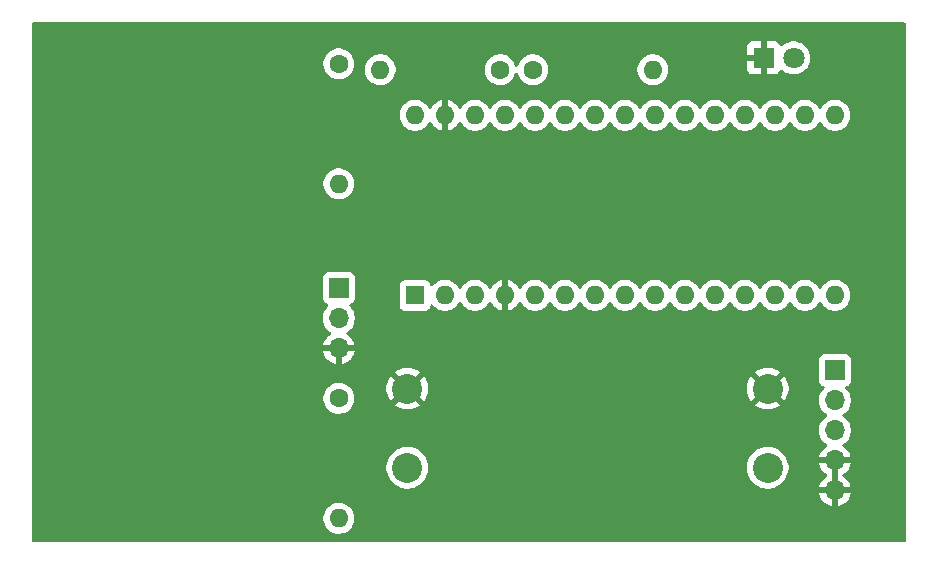
<source format=gbl>
G04 #@! TF.GenerationSoftware,KiCad,Pcbnew,9.0.0*
G04 #@! TF.CreationDate,2025-03-24T14:59:24-06:00*
G04 #@! TF.ProjectId,gc_2_n64,67635f32-5f6e-4363-942e-6b696361645f,rev?*
G04 #@! TF.SameCoordinates,Original*
G04 #@! TF.FileFunction,Copper,L2,Bot*
G04 #@! TF.FilePolarity,Positive*
%FSLAX46Y46*%
G04 Gerber Fmt 4.6, Leading zero omitted, Abs format (unit mm)*
G04 Created by KiCad (PCBNEW 9.0.0) date 2025-03-24 14:59:24*
%MOMM*%
%LPD*%
G01*
G04 APERTURE LIST*
G04 #@! TA.AperFunction,ComponentPad*
%ADD10C,1.600000*%
G04 #@! TD*
G04 #@! TA.AperFunction,ComponentPad*
%ADD11O,1.600000X1.600000*%
G04 #@! TD*
G04 #@! TA.AperFunction,ComponentPad*
%ADD12R,1.600000X1.600000*%
G04 #@! TD*
G04 #@! TA.AperFunction,ComponentPad*
%ADD13C,2.540000*%
G04 #@! TD*
G04 #@! TA.AperFunction,ComponentPad*
%ADD14R,1.800000X1.800000*%
G04 #@! TD*
G04 #@! TA.AperFunction,ComponentPad*
%ADD15C,1.800000*%
G04 #@! TD*
G04 #@! TA.AperFunction,ComponentPad*
%ADD16R,1.700000X1.700000*%
G04 #@! TD*
G04 #@! TA.AperFunction,ComponentPad*
%ADD17O,1.700000X1.700000*%
G04 #@! TD*
G04 APERTURE END LIST*
D10*
X92000000Y-125000000D03*
D11*
X92000000Y-135160000D03*
D10*
X92000000Y-153340000D03*
D11*
X92000000Y-163500000D03*
D12*
X98450000Y-144610000D03*
D11*
X100990000Y-144610000D03*
X103530000Y-144610000D03*
X106070000Y-144610000D03*
X108610000Y-144610000D03*
X111150000Y-144610000D03*
X113690000Y-144610000D03*
X116230000Y-144610000D03*
X118770000Y-144610000D03*
X121310000Y-144610000D03*
X123850000Y-144610000D03*
X126390000Y-144610000D03*
X128930000Y-144610000D03*
X131470000Y-144610000D03*
X134010000Y-144610000D03*
X134010000Y-129370000D03*
X131470000Y-129370000D03*
X128930000Y-129370000D03*
X126390000Y-129370000D03*
X123850000Y-129370000D03*
X121310000Y-129370000D03*
X118770000Y-129370000D03*
X116230000Y-129370000D03*
X113690000Y-129370000D03*
X111150000Y-129370000D03*
X108610000Y-129370000D03*
X106070000Y-129370000D03*
X103530000Y-129370000D03*
X100990000Y-129370000D03*
X98450000Y-129370000D03*
D13*
X97800000Y-159200000D03*
X97800000Y-152500000D03*
X128300000Y-159200000D03*
X128300000Y-152500000D03*
D10*
X105660000Y-125500000D03*
D11*
X95500000Y-125500000D03*
D14*
X127960000Y-124500000D03*
D15*
X130500000Y-124500000D03*
D16*
X92000000Y-144000000D03*
D17*
X92000000Y-146540000D03*
X92000000Y-149080000D03*
D16*
X134000000Y-150960000D03*
D17*
X134000000Y-153500000D03*
X134000000Y-156040000D03*
X134000000Y-158580000D03*
X134000000Y-161120000D03*
D10*
X108420000Y-125500000D03*
D11*
X118580000Y-125500000D03*
G04 #@! TA.AperFunction,Conductor*
G36*
X134250000Y-160686988D02*
G01*
X134192993Y-160654075D01*
X134065826Y-160620000D01*
X133934174Y-160620000D01*
X133807007Y-160654075D01*
X133750000Y-160686988D01*
X133750000Y-159013012D01*
X133807007Y-159045925D01*
X133934174Y-159080000D01*
X134065826Y-159080000D01*
X134192993Y-159045925D01*
X134250000Y-159013012D01*
X134250000Y-160686988D01*
G37*
G04 #@! TD.AperFunction*
G04 #@! TA.AperFunction,Conductor*
G36*
X139942539Y-121520185D02*
G01*
X139988294Y-121572989D01*
X139999500Y-121624500D01*
X139999500Y-165375500D01*
X139979815Y-165442539D01*
X139927011Y-165488294D01*
X139875500Y-165499500D01*
X66124500Y-165499500D01*
X66057461Y-165479815D01*
X66011706Y-165427011D01*
X66000500Y-165375500D01*
X66000500Y-163397648D01*
X90699500Y-163397648D01*
X90699500Y-163602351D01*
X90731522Y-163804534D01*
X90794781Y-163999223D01*
X90887715Y-164181613D01*
X91008028Y-164347213D01*
X91152786Y-164491971D01*
X91307749Y-164604556D01*
X91318390Y-164612287D01*
X91434607Y-164671503D01*
X91500776Y-164705218D01*
X91500778Y-164705218D01*
X91500781Y-164705220D01*
X91605137Y-164739127D01*
X91695465Y-164768477D01*
X91796557Y-164784488D01*
X91897648Y-164800500D01*
X91897649Y-164800500D01*
X92102351Y-164800500D01*
X92102352Y-164800500D01*
X92304534Y-164768477D01*
X92499219Y-164705220D01*
X92681610Y-164612287D01*
X92774590Y-164544732D01*
X92847213Y-164491971D01*
X92847215Y-164491968D01*
X92847219Y-164491966D01*
X92991966Y-164347219D01*
X92991968Y-164347215D01*
X92991971Y-164347213D01*
X93044732Y-164274590D01*
X93112287Y-164181610D01*
X93205220Y-163999219D01*
X93268477Y-163804534D01*
X93300500Y-163602352D01*
X93300500Y-163397648D01*
X93268477Y-163195466D01*
X93205220Y-163000781D01*
X93205218Y-163000778D01*
X93205218Y-163000776D01*
X93171503Y-162934607D01*
X93112287Y-162818390D01*
X93104556Y-162807749D01*
X92991971Y-162652786D01*
X92847213Y-162508028D01*
X92681613Y-162387715D01*
X92681612Y-162387714D01*
X92681610Y-162387713D01*
X92624653Y-162358691D01*
X92499223Y-162294781D01*
X92304534Y-162231522D01*
X92129995Y-162203878D01*
X92102352Y-162199500D01*
X91897648Y-162199500D01*
X91873329Y-162203351D01*
X91695465Y-162231522D01*
X91500776Y-162294781D01*
X91318386Y-162387715D01*
X91152786Y-162508028D01*
X91008028Y-162652786D01*
X90887715Y-162818386D01*
X90794781Y-163000776D01*
X90731522Y-163195465D01*
X90699500Y-163397648D01*
X66000500Y-163397648D01*
X66000500Y-159083947D01*
X96029500Y-159083947D01*
X96029500Y-159316052D01*
X96059794Y-159546148D01*
X96119862Y-159770328D01*
X96208677Y-159984745D01*
X96208685Y-159984762D01*
X96324720Y-160185743D01*
X96324721Y-160185745D01*
X96466009Y-160369875D01*
X96466015Y-160369882D01*
X96630117Y-160533984D01*
X96630124Y-160533990D01*
X96814254Y-160675278D01*
X96814256Y-160675279D01*
X97015237Y-160791314D01*
X97015240Y-160791315D01*
X97015248Y-160791320D01*
X97229670Y-160880137D01*
X97453851Y-160940206D01*
X97683955Y-160970500D01*
X97683962Y-160970500D01*
X97916038Y-160970500D01*
X97916045Y-160970500D01*
X98146149Y-160940206D01*
X98370330Y-160880137D01*
X98584752Y-160791320D01*
X98785748Y-160675276D01*
X98969877Y-160533989D01*
X99133989Y-160369877D01*
X99275276Y-160185748D01*
X99391320Y-159984752D01*
X99480137Y-159770330D01*
X99540206Y-159546149D01*
X99570500Y-159316045D01*
X99570500Y-159083955D01*
X99570499Y-159083947D01*
X126529500Y-159083947D01*
X126529500Y-159316052D01*
X126559794Y-159546148D01*
X126619862Y-159770328D01*
X126708677Y-159984745D01*
X126708685Y-159984762D01*
X126824720Y-160185743D01*
X126824721Y-160185745D01*
X126966009Y-160369875D01*
X126966015Y-160369882D01*
X127130117Y-160533984D01*
X127130124Y-160533990D01*
X127314254Y-160675278D01*
X127314256Y-160675279D01*
X127515237Y-160791314D01*
X127515240Y-160791315D01*
X127515248Y-160791320D01*
X127729670Y-160880137D01*
X127953851Y-160940206D01*
X128183955Y-160970500D01*
X128183962Y-160970500D01*
X128416038Y-160970500D01*
X128416045Y-160970500D01*
X128646149Y-160940206D01*
X128870330Y-160880137D01*
X129084752Y-160791320D01*
X129285748Y-160675276D01*
X129469877Y-160533989D01*
X129633989Y-160369877D01*
X129775276Y-160185748D01*
X129891320Y-159984752D01*
X129980137Y-159770330D01*
X130040206Y-159546149D01*
X130070500Y-159316045D01*
X130070500Y-159083955D01*
X130040206Y-158853851D01*
X129980137Y-158629670D01*
X129891320Y-158415248D01*
X129891314Y-158415237D01*
X129775279Y-158214256D01*
X129775278Y-158214254D01*
X129633990Y-158030124D01*
X129633984Y-158030117D01*
X129469882Y-157866015D01*
X129469875Y-157866009D01*
X129285745Y-157724721D01*
X129285743Y-157724720D01*
X129084762Y-157608685D01*
X129084754Y-157608681D01*
X129084752Y-157608680D01*
X128943753Y-157550276D01*
X128870328Y-157519862D01*
X128728203Y-157481780D01*
X128646149Y-157459794D01*
X128617386Y-157456007D01*
X128416052Y-157429500D01*
X128416045Y-157429500D01*
X128183955Y-157429500D01*
X128183947Y-157429500D01*
X127953851Y-157459794D01*
X127729671Y-157519862D01*
X127515254Y-157608677D01*
X127515237Y-157608685D01*
X127314256Y-157724720D01*
X127314254Y-157724721D01*
X127130124Y-157866009D01*
X127130117Y-157866015D01*
X126966015Y-158030117D01*
X126966009Y-158030124D01*
X126824721Y-158214254D01*
X126824720Y-158214256D01*
X126708685Y-158415237D01*
X126708677Y-158415254D01*
X126619862Y-158629671D01*
X126559794Y-158853851D01*
X126529500Y-159083947D01*
X99570499Y-159083947D01*
X99540206Y-158853851D01*
X99480137Y-158629670D01*
X99391320Y-158415248D01*
X99391314Y-158415237D01*
X99275279Y-158214256D01*
X99275278Y-158214254D01*
X99133990Y-158030124D01*
X99133984Y-158030117D01*
X98969882Y-157866015D01*
X98969875Y-157866009D01*
X98785745Y-157724721D01*
X98785743Y-157724720D01*
X98584762Y-157608685D01*
X98584754Y-157608681D01*
X98584752Y-157608680D01*
X98443753Y-157550276D01*
X98370328Y-157519862D01*
X98228203Y-157481780D01*
X98146149Y-157459794D01*
X98117386Y-157456007D01*
X97916052Y-157429500D01*
X97916045Y-157429500D01*
X97683955Y-157429500D01*
X97683947Y-157429500D01*
X97453851Y-157459794D01*
X97229671Y-157519862D01*
X97015254Y-157608677D01*
X97015237Y-157608685D01*
X96814256Y-157724720D01*
X96814254Y-157724721D01*
X96630124Y-157866009D01*
X96630117Y-157866015D01*
X96466015Y-158030117D01*
X96466009Y-158030124D01*
X96324721Y-158214254D01*
X96324720Y-158214256D01*
X96208685Y-158415237D01*
X96208677Y-158415254D01*
X96119862Y-158629671D01*
X96059794Y-158853851D01*
X96029500Y-159083947D01*
X66000500Y-159083947D01*
X66000500Y-153237648D01*
X90699500Y-153237648D01*
X90699500Y-153442351D01*
X90731522Y-153644534D01*
X90794781Y-153839223D01*
X90887715Y-154021613D01*
X91008028Y-154187213D01*
X91152786Y-154331971D01*
X91307749Y-154444556D01*
X91318390Y-154452287D01*
X91434607Y-154511503D01*
X91500776Y-154545218D01*
X91500778Y-154545218D01*
X91500781Y-154545220D01*
X91605137Y-154579127D01*
X91695465Y-154608477D01*
X91796557Y-154624488D01*
X91897648Y-154640500D01*
X91897649Y-154640500D01*
X92102351Y-154640500D01*
X92102352Y-154640500D01*
X92304534Y-154608477D01*
X92499219Y-154545220D01*
X92681610Y-154452287D01*
X92781400Y-154379786D01*
X92847213Y-154331971D01*
X92847215Y-154331968D01*
X92847219Y-154331966D01*
X92991966Y-154187219D01*
X92991968Y-154187215D01*
X92991971Y-154187213D01*
X93061969Y-154090867D01*
X93112287Y-154021610D01*
X93205220Y-153839219D01*
X93268477Y-153644534D01*
X93300500Y-153442352D01*
X93300500Y-153237648D01*
X93268477Y-153035466D01*
X93205220Y-152840781D01*
X93205218Y-152840778D01*
X93205218Y-152840776D01*
X93171503Y-152774607D01*
X93112287Y-152658390D01*
X93104556Y-152647749D01*
X92991971Y-152492786D01*
X92883179Y-152383994D01*
X96030000Y-152383994D01*
X96030000Y-152616005D01*
X96030001Y-152616022D01*
X96060283Y-152846040D01*
X96060286Y-152846053D01*
X96120336Y-153070167D01*
X96209124Y-153284521D01*
X96209132Y-153284538D01*
X96325136Y-153485461D01*
X96325142Y-153485469D01*
X96384117Y-153562327D01*
X97210438Y-152736006D01*
X97237271Y-152800785D01*
X97306764Y-152904789D01*
X97395211Y-152993236D01*
X97499215Y-153062729D01*
X97563992Y-153089561D01*
X96737671Y-153915881D01*
X96814530Y-153974857D01*
X96814538Y-153974863D01*
X97015461Y-154090867D01*
X97015478Y-154090875D01*
X97229832Y-154179663D01*
X97453946Y-154239713D01*
X97453959Y-154239716D01*
X97683977Y-154269998D01*
X97683995Y-154270000D01*
X97916005Y-154270000D01*
X97916022Y-154269998D01*
X98146040Y-154239716D01*
X98146053Y-154239713D01*
X98370167Y-154179663D01*
X98584521Y-154090875D01*
X98584538Y-154090867D01*
X98785475Y-153974855D01*
X98862327Y-153915883D01*
X98862327Y-153915880D01*
X98036007Y-153089561D01*
X98100785Y-153062729D01*
X98204789Y-152993236D01*
X98293236Y-152904789D01*
X98362729Y-152800785D01*
X98389560Y-152736007D01*
X99215880Y-153562327D01*
X99215883Y-153562327D01*
X99274855Y-153485475D01*
X99390867Y-153284538D01*
X99390875Y-153284521D01*
X99479663Y-153070167D01*
X99539713Y-152846053D01*
X99539716Y-152846040D01*
X99569998Y-152616022D01*
X99570000Y-152616005D01*
X99570000Y-152383994D01*
X126530000Y-152383994D01*
X126530000Y-152616005D01*
X126530001Y-152616022D01*
X126560283Y-152846040D01*
X126560286Y-152846053D01*
X126620336Y-153070167D01*
X126709124Y-153284521D01*
X126709132Y-153284538D01*
X126825136Y-153485461D01*
X126825142Y-153485469D01*
X126884117Y-153562327D01*
X127710438Y-152736006D01*
X127737271Y-152800785D01*
X127806764Y-152904789D01*
X127895211Y-152993236D01*
X127999215Y-153062729D01*
X128063992Y-153089561D01*
X127237671Y-153915881D01*
X127314530Y-153974857D01*
X127314538Y-153974863D01*
X127515461Y-154090867D01*
X127515478Y-154090875D01*
X127729832Y-154179663D01*
X127953946Y-154239713D01*
X127953959Y-154239716D01*
X128183977Y-154269998D01*
X128183995Y-154270000D01*
X128416005Y-154270000D01*
X128416022Y-154269998D01*
X128646040Y-154239716D01*
X128646053Y-154239713D01*
X128870167Y-154179663D01*
X129084521Y-154090875D01*
X129084538Y-154090867D01*
X129285475Y-153974855D01*
X129362327Y-153915883D01*
X129362327Y-153915880D01*
X128536007Y-153089561D01*
X128600785Y-153062729D01*
X128704789Y-152993236D01*
X128793236Y-152904789D01*
X128862729Y-152800785D01*
X128889561Y-152736007D01*
X129715880Y-153562327D01*
X129715883Y-153562327D01*
X129774855Y-153485475D01*
X129890867Y-153284538D01*
X129890875Y-153284521D01*
X129979663Y-153070167D01*
X130039713Y-152846053D01*
X130039716Y-152846040D01*
X130069998Y-152616022D01*
X130070000Y-152616005D01*
X130070000Y-152383994D01*
X130069998Y-152383977D01*
X130039716Y-152153959D01*
X130039713Y-152153946D01*
X129979663Y-151929832D01*
X129890875Y-151715478D01*
X129890867Y-151715461D01*
X129774863Y-151514538D01*
X129774857Y-151514530D01*
X129715881Y-151437671D01*
X128889560Y-152263991D01*
X128862729Y-152199215D01*
X128793236Y-152095211D01*
X128704789Y-152006764D01*
X128600785Y-151937271D01*
X128536007Y-151910438D01*
X129362327Y-151084117D01*
X129285469Y-151025142D01*
X129285461Y-151025136D01*
X129084538Y-150909132D01*
X129084521Y-150909124D01*
X128870167Y-150820336D01*
X128646053Y-150760286D01*
X128646040Y-150760283D01*
X128416022Y-150730001D01*
X128416005Y-150730000D01*
X128183995Y-150730000D01*
X128183977Y-150730001D01*
X127953959Y-150760283D01*
X127953946Y-150760286D01*
X127729832Y-150820336D01*
X127515478Y-150909124D01*
X127515461Y-150909132D01*
X127314541Y-151025134D01*
X127314533Y-151025140D01*
X127237671Y-151084116D01*
X127237671Y-151084117D01*
X128063992Y-151910438D01*
X127999215Y-151937271D01*
X127895211Y-152006764D01*
X127806764Y-152095211D01*
X127737271Y-152199215D01*
X127710438Y-152263992D01*
X126884117Y-151437671D01*
X126884116Y-151437671D01*
X126825140Y-151514533D01*
X126825134Y-151514541D01*
X126709132Y-151715461D01*
X126709124Y-151715478D01*
X126620336Y-151929832D01*
X126560286Y-152153946D01*
X126560283Y-152153959D01*
X126530001Y-152383977D01*
X126530000Y-152383994D01*
X99570000Y-152383994D01*
X99569998Y-152383977D01*
X99539716Y-152153959D01*
X99539713Y-152153946D01*
X99479663Y-151929832D01*
X99390875Y-151715478D01*
X99390867Y-151715461D01*
X99274863Y-151514538D01*
X99274857Y-151514530D01*
X99215881Y-151437671D01*
X98389560Y-152263991D01*
X98362729Y-152199215D01*
X98293236Y-152095211D01*
X98204789Y-152006764D01*
X98100785Y-151937271D01*
X98036007Y-151910438D01*
X98862327Y-151084117D01*
X98785469Y-151025142D01*
X98785461Y-151025136D01*
X98584538Y-150909132D01*
X98584521Y-150909124D01*
X98370167Y-150820336D01*
X98146053Y-150760286D01*
X98146040Y-150760283D01*
X97916022Y-150730001D01*
X97916005Y-150730000D01*
X97683995Y-150730000D01*
X97683977Y-150730001D01*
X97453959Y-150760283D01*
X97453946Y-150760286D01*
X97229832Y-150820336D01*
X97015478Y-150909124D01*
X97015461Y-150909132D01*
X96814541Y-151025134D01*
X96814533Y-151025140D01*
X96737671Y-151084116D01*
X96737671Y-151084117D01*
X97563992Y-151910438D01*
X97499215Y-151937271D01*
X97395211Y-152006764D01*
X97306764Y-152095211D01*
X97237271Y-152199215D01*
X97210439Y-152263992D01*
X96384117Y-151437671D01*
X96384116Y-151437671D01*
X96325140Y-151514533D01*
X96325134Y-151514541D01*
X96209132Y-151715461D01*
X96209124Y-151715478D01*
X96120336Y-151929832D01*
X96060286Y-152153946D01*
X96060283Y-152153959D01*
X96030001Y-152383977D01*
X96030000Y-152383994D01*
X92883179Y-152383994D01*
X92847213Y-152348028D01*
X92681613Y-152227715D01*
X92681612Y-152227714D01*
X92681610Y-152227713D01*
X92624653Y-152198691D01*
X92499223Y-152134781D01*
X92304534Y-152071522D01*
X92129995Y-152043878D01*
X92102352Y-152039500D01*
X91897648Y-152039500D01*
X91873329Y-152043351D01*
X91695465Y-152071522D01*
X91500776Y-152134781D01*
X91318386Y-152227715D01*
X91152786Y-152348028D01*
X91008028Y-152492786D01*
X90887715Y-152658386D01*
X90794781Y-152840776D01*
X90731522Y-153035465D01*
X90699500Y-153237648D01*
X66000500Y-153237648D01*
X66000500Y-143102135D01*
X90649500Y-143102135D01*
X90649500Y-144897870D01*
X90649501Y-144897876D01*
X90655908Y-144957483D01*
X90706202Y-145092328D01*
X90706206Y-145092335D01*
X90792452Y-145207544D01*
X90792455Y-145207547D01*
X90907664Y-145293793D01*
X90907671Y-145293797D01*
X91039082Y-145342810D01*
X91095016Y-145384681D01*
X91119433Y-145450145D01*
X91104582Y-145518418D01*
X91083431Y-145546673D01*
X90969889Y-145660215D01*
X90844951Y-145832179D01*
X90748444Y-146021585D01*
X90682753Y-146223760D01*
X90649500Y-146433713D01*
X90649500Y-146646286D01*
X90682753Y-146856239D01*
X90748444Y-147058414D01*
X90844951Y-147247820D01*
X90969890Y-147419786D01*
X91120213Y-147570109D01*
X91292179Y-147695048D01*
X91292181Y-147695049D01*
X91292184Y-147695051D01*
X91301493Y-147699794D01*
X91352290Y-147747766D01*
X91369087Y-147815587D01*
X91346552Y-147881722D01*
X91301502Y-147920762D01*
X91292443Y-147925378D01*
X91120540Y-148050272D01*
X91120535Y-148050276D01*
X90970276Y-148200535D01*
X90970272Y-148200540D01*
X90845379Y-148372442D01*
X90748904Y-148561782D01*
X90683242Y-148763870D01*
X90683242Y-148763873D01*
X90672769Y-148830000D01*
X91566988Y-148830000D01*
X91534075Y-148887007D01*
X91500000Y-149014174D01*
X91500000Y-149145826D01*
X91534075Y-149272993D01*
X91566988Y-149330000D01*
X90672769Y-149330000D01*
X90683242Y-149396126D01*
X90683242Y-149396129D01*
X90748904Y-149598217D01*
X90845379Y-149787557D01*
X90970272Y-149959459D01*
X90970276Y-149959464D01*
X91120535Y-150109723D01*
X91120540Y-150109727D01*
X91292442Y-150234620D01*
X91481782Y-150331095D01*
X91683871Y-150396757D01*
X91750000Y-150407231D01*
X91750000Y-149513012D01*
X91807007Y-149545925D01*
X91934174Y-149580000D01*
X92065826Y-149580000D01*
X92192993Y-149545925D01*
X92250000Y-149513012D01*
X92250000Y-150407230D01*
X92316126Y-150396757D01*
X92316129Y-150396757D01*
X92518217Y-150331095D01*
X92707557Y-150234620D01*
X92879459Y-150109727D01*
X92879464Y-150109723D01*
X92927052Y-150062135D01*
X132649500Y-150062135D01*
X132649500Y-151857870D01*
X132649501Y-151857876D01*
X132655908Y-151917483D01*
X132706202Y-152052328D01*
X132706206Y-152052335D01*
X132792452Y-152167544D01*
X132792455Y-152167547D01*
X132907664Y-152253793D01*
X132907671Y-152253797D01*
X133039082Y-152302810D01*
X133095016Y-152344681D01*
X133119433Y-152410145D01*
X133104582Y-152478418D01*
X133083431Y-152506673D01*
X132969889Y-152620215D01*
X132844951Y-152792179D01*
X132748444Y-152981585D01*
X132682753Y-153183760D01*
X132649500Y-153393713D01*
X132649500Y-153606287D01*
X132682754Y-153816243D01*
X132734290Y-153974855D01*
X132748444Y-154018414D01*
X132844951Y-154207820D01*
X132969890Y-154379786D01*
X133120213Y-154530109D01*
X133292182Y-154655050D01*
X133300946Y-154659516D01*
X133351742Y-154707491D01*
X133368536Y-154775312D01*
X133345998Y-154841447D01*
X133300946Y-154880484D01*
X133292182Y-154884949D01*
X133120213Y-155009890D01*
X132969890Y-155160213D01*
X132844951Y-155332179D01*
X132748444Y-155521585D01*
X132682753Y-155723760D01*
X132649500Y-155933713D01*
X132649500Y-156146286D01*
X132682753Y-156356239D01*
X132748444Y-156558414D01*
X132844951Y-156747820D01*
X132969890Y-156919786D01*
X133120213Y-157070109D01*
X133292179Y-157195048D01*
X133292181Y-157195049D01*
X133292184Y-157195051D01*
X133301493Y-157199794D01*
X133352290Y-157247766D01*
X133369087Y-157315587D01*
X133346552Y-157381722D01*
X133301502Y-157420762D01*
X133292443Y-157425378D01*
X133120540Y-157550272D01*
X133120535Y-157550276D01*
X132970276Y-157700535D01*
X132970272Y-157700540D01*
X132845379Y-157872442D01*
X132748904Y-158061782D01*
X132683242Y-158263870D01*
X132683242Y-158263873D01*
X132672769Y-158330000D01*
X133566988Y-158330000D01*
X133534075Y-158387007D01*
X133500000Y-158514174D01*
X133500000Y-158645826D01*
X133534075Y-158772993D01*
X133566988Y-158830000D01*
X132672769Y-158830000D01*
X132683242Y-158896126D01*
X132683242Y-158896129D01*
X132748904Y-159098217D01*
X132845379Y-159287557D01*
X132970272Y-159459459D01*
X132970276Y-159459464D01*
X133120535Y-159609723D01*
X133120540Y-159609727D01*
X133292444Y-159734622D01*
X133302048Y-159739516D01*
X133352844Y-159787491D01*
X133369638Y-159855312D01*
X133347100Y-159921447D01*
X133302048Y-159960484D01*
X133292444Y-159965377D01*
X133120540Y-160090272D01*
X133120535Y-160090276D01*
X132970276Y-160240535D01*
X132970272Y-160240540D01*
X132845379Y-160412442D01*
X132748904Y-160601782D01*
X132683242Y-160803870D01*
X132683242Y-160803873D01*
X132672769Y-160870000D01*
X133566988Y-160870000D01*
X133534075Y-160927007D01*
X133500000Y-161054174D01*
X133500000Y-161185826D01*
X133534075Y-161312993D01*
X133566988Y-161370000D01*
X132672769Y-161370000D01*
X132683242Y-161436126D01*
X132683242Y-161436129D01*
X132748904Y-161638217D01*
X132845379Y-161827557D01*
X132970272Y-161999459D01*
X132970276Y-161999464D01*
X133120535Y-162149723D01*
X133120540Y-162149727D01*
X133292442Y-162274620D01*
X133481782Y-162371095D01*
X133683871Y-162436757D01*
X133750000Y-162447231D01*
X133750000Y-161553012D01*
X133807007Y-161585925D01*
X133934174Y-161620000D01*
X134065826Y-161620000D01*
X134192993Y-161585925D01*
X134250000Y-161553012D01*
X134250000Y-162447230D01*
X134316126Y-162436757D01*
X134316129Y-162436757D01*
X134518217Y-162371095D01*
X134707557Y-162274620D01*
X134879459Y-162149727D01*
X134879464Y-162149723D01*
X135029723Y-161999464D01*
X135029727Y-161999459D01*
X135154620Y-161827557D01*
X135251095Y-161638217D01*
X135316757Y-161436129D01*
X135316757Y-161436126D01*
X135327231Y-161370000D01*
X134433012Y-161370000D01*
X134465925Y-161312993D01*
X134500000Y-161185826D01*
X134500000Y-161054174D01*
X134465925Y-160927007D01*
X134433012Y-160870000D01*
X135327231Y-160870000D01*
X135316757Y-160803873D01*
X135316757Y-160803870D01*
X135251095Y-160601782D01*
X135154620Y-160412442D01*
X135029727Y-160240540D01*
X135029723Y-160240535D01*
X134879464Y-160090276D01*
X134879459Y-160090272D01*
X134707558Y-159965379D01*
X134697954Y-159960486D01*
X134647157Y-159912512D01*
X134630361Y-159844692D01*
X134652897Y-159778556D01*
X134697954Y-159739514D01*
X134707558Y-159734620D01*
X134879459Y-159609727D01*
X134879464Y-159609723D01*
X135029723Y-159459464D01*
X135029727Y-159459459D01*
X135154620Y-159287557D01*
X135251095Y-159098217D01*
X135316757Y-158896129D01*
X135316757Y-158896126D01*
X135327231Y-158830000D01*
X134433012Y-158830000D01*
X134465925Y-158772993D01*
X134500000Y-158645826D01*
X134500000Y-158514174D01*
X134465925Y-158387007D01*
X134433012Y-158330000D01*
X135327231Y-158330000D01*
X135316757Y-158263873D01*
X135316757Y-158263870D01*
X135251095Y-158061782D01*
X135154620Y-157872442D01*
X135029727Y-157700540D01*
X135029723Y-157700535D01*
X134879464Y-157550276D01*
X134879459Y-157550272D01*
X134707555Y-157425377D01*
X134698500Y-157420763D01*
X134647706Y-157372788D01*
X134630912Y-157304966D01*
X134653451Y-157238832D01*
X134698508Y-157199793D01*
X134707816Y-157195051D01*
X134787007Y-157137515D01*
X134879786Y-157070109D01*
X134879788Y-157070106D01*
X134879792Y-157070104D01*
X135030104Y-156919792D01*
X135030106Y-156919788D01*
X135030109Y-156919786D01*
X135155048Y-156747820D01*
X135155047Y-156747820D01*
X135155051Y-156747816D01*
X135251557Y-156558412D01*
X135317246Y-156356243D01*
X135350500Y-156146287D01*
X135350500Y-155933713D01*
X135317246Y-155723757D01*
X135251557Y-155521588D01*
X135155051Y-155332184D01*
X135155049Y-155332181D01*
X135155048Y-155332179D01*
X135030109Y-155160213D01*
X134879786Y-155009890D01*
X134707820Y-154884951D01*
X134707115Y-154884591D01*
X134699054Y-154880485D01*
X134648259Y-154832512D01*
X134631463Y-154764692D01*
X134653999Y-154698556D01*
X134699054Y-154659515D01*
X134707816Y-154655051D01*
X134771920Y-154608477D01*
X134879786Y-154530109D01*
X134879788Y-154530106D01*
X134879792Y-154530104D01*
X135030104Y-154379792D01*
X135030106Y-154379788D01*
X135030109Y-154379786D01*
X135155048Y-154207820D01*
X135155047Y-154207820D01*
X135155051Y-154207816D01*
X135251557Y-154018412D01*
X135317246Y-153816243D01*
X135350500Y-153606287D01*
X135350500Y-153393713D01*
X135317246Y-153183757D01*
X135251557Y-152981588D01*
X135155051Y-152792184D01*
X135155049Y-152792181D01*
X135155048Y-152792179D01*
X135030109Y-152620213D01*
X134916569Y-152506673D01*
X134883084Y-152445350D01*
X134888068Y-152375658D01*
X134929940Y-152319725D01*
X134960915Y-152302810D01*
X135092331Y-152253796D01*
X135207546Y-152167546D01*
X135293796Y-152052331D01*
X135344091Y-151917483D01*
X135350500Y-151857873D01*
X135350499Y-150062128D01*
X135344091Y-150002517D01*
X135328033Y-149959464D01*
X135293797Y-149867671D01*
X135293793Y-149867664D01*
X135207547Y-149752455D01*
X135207544Y-149752452D01*
X135092335Y-149666206D01*
X135092328Y-149666202D01*
X134957482Y-149615908D01*
X134957483Y-149615908D01*
X134897883Y-149609501D01*
X134897881Y-149609500D01*
X134897873Y-149609500D01*
X134897864Y-149609500D01*
X133102129Y-149609500D01*
X133102123Y-149609501D01*
X133042516Y-149615908D01*
X132907671Y-149666202D01*
X132907664Y-149666206D01*
X132792455Y-149752452D01*
X132792452Y-149752455D01*
X132706206Y-149867664D01*
X132706202Y-149867671D01*
X132655908Y-150002517D01*
X132649501Y-150062116D01*
X132649501Y-150062123D01*
X132649500Y-150062135D01*
X92927052Y-150062135D01*
X93018063Y-149971125D01*
X93029723Y-149959464D01*
X93029727Y-149959459D01*
X93154620Y-149787557D01*
X93251095Y-149598217D01*
X93316757Y-149396129D01*
X93316757Y-149396126D01*
X93327231Y-149330000D01*
X92433012Y-149330000D01*
X92465925Y-149272993D01*
X92500000Y-149145826D01*
X92500000Y-149014174D01*
X92465925Y-148887007D01*
X92433012Y-148830000D01*
X93327231Y-148830000D01*
X93316757Y-148763873D01*
X93316757Y-148763870D01*
X93251095Y-148561782D01*
X93154620Y-148372442D01*
X93029727Y-148200540D01*
X93029723Y-148200535D01*
X92879464Y-148050276D01*
X92879459Y-148050272D01*
X92707555Y-147925377D01*
X92698500Y-147920763D01*
X92647706Y-147872788D01*
X92630912Y-147804966D01*
X92653451Y-147738832D01*
X92698508Y-147699793D01*
X92707816Y-147695051D01*
X92787007Y-147637515D01*
X92879786Y-147570109D01*
X92879788Y-147570106D01*
X92879792Y-147570104D01*
X93030104Y-147419792D01*
X93030106Y-147419788D01*
X93030109Y-147419786D01*
X93155048Y-147247820D01*
X93155047Y-147247820D01*
X93155051Y-147247816D01*
X93251557Y-147058412D01*
X93317246Y-146856243D01*
X93350500Y-146646287D01*
X93350500Y-146433713D01*
X93317246Y-146223757D01*
X93251557Y-146021588D01*
X93155051Y-145832184D01*
X93155049Y-145832181D01*
X93155048Y-145832179D01*
X93030109Y-145660213D01*
X92916569Y-145546673D01*
X92883084Y-145485350D01*
X92888068Y-145415658D01*
X92929940Y-145359725D01*
X92960915Y-145342810D01*
X93092331Y-145293796D01*
X93207546Y-145207546D01*
X93293796Y-145092331D01*
X93344091Y-144957483D01*
X93350500Y-144897873D01*
X93350499Y-143762135D01*
X97149500Y-143762135D01*
X97149500Y-145457870D01*
X97149501Y-145457876D01*
X97155908Y-145517483D01*
X97206202Y-145652328D01*
X97206206Y-145652335D01*
X97292452Y-145767544D01*
X97292455Y-145767547D01*
X97407664Y-145853793D01*
X97407671Y-145853797D01*
X97542517Y-145904091D01*
X97542516Y-145904091D01*
X97549444Y-145904835D01*
X97602127Y-145910500D01*
X99297872Y-145910499D01*
X99357483Y-145904091D01*
X99492331Y-145853796D01*
X99607546Y-145767546D01*
X99693796Y-145652331D01*
X99744091Y-145517483D01*
X99748061Y-145480556D01*
X99774796Y-145416011D01*
X99832188Y-145376161D01*
X99902013Y-145373666D01*
X99962102Y-145409317D01*
X99971667Y-145420929D01*
X99998032Y-145457217D01*
X100142786Y-145601971D01*
X100297749Y-145714556D01*
X100308390Y-145722287D01*
X100397212Y-145767544D01*
X100490776Y-145815218D01*
X100490778Y-145815218D01*
X100490781Y-145815220D01*
X100542991Y-145832184D01*
X100685465Y-145878477D01*
X100786557Y-145894488D01*
X100887648Y-145910500D01*
X100887649Y-145910500D01*
X101092351Y-145910500D01*
X101092352Y-145910500D01*
X101294534Y-145878477D01*
X101489219Y-145815220D01*
X101671610Y-145722287D01*
X101767901Y-145652328D01*
X101837213Y-145601971D01*
X101837215Y-145601968D01*
X101837219Y-145601966D01*
X101981966Y-145457219D01*
X101981968Y-145457215D01*
X101981971Y-145457213D01*
X102102284Y-145291614D01*
X102102286Y-145291611D01*
X102102287Y-145291610D01*
X102149516Y-145198917D01*
X102197489Y-145148123D01*
X102265310Y-145131328D01*
X102331445Y-145153865D01*
X102370483Y-145198917D01*
X102374881Y-145207547D01*
X102417715Y-145291614D01*
X102538028Y-145457213D01*
X102682786Y-145601971D01*
X102837749Y-145714556D01*
X102848390Y-145722287D01*
X102937212Y-145767544D01*
X103030776Y-145815218D01*
X103030778Y-145815218D01*
X103030781Y-145815220D01*
X103082991Y-145832184D01*
X103225465Y-145878477D01*
X103326557Y-145894488D01*
X103427648Y-145910500D01*
X103427649Y-145910500D01*
X103632351Y-145910500D01*
X103632352Y-145910500D01*
X103834534Y-145878477D01*
X104029219Y-145815220D01*
X104211610Y-145722287D01*
X104307901Y-145652328D01*
X104377213Y-145601971D01*
X104377215Y-145601968D01*
X104377219Y-145601966D01*
X104521966Y-145457219D01*
X104521968Y-145457215D01*
X104521971Y-145457213D01*
X104642284Y-145291614D01*
X104642286Y-145291611D01*
X104642287Y-145291610D01*
X104689795Y-145198369D01*
X104737770Y-145147574D01*
X104805591Y-145130779D01*
X104871725Y-145153316D01*
X104910765Y-145198370D01*
X104958140Y-145291349D01*
X105078417Y-145456894D01*
X105078417Y-145456895D01*
X105223104Y-145601582D01*
X105388650Y-145721859D01*
X105570968Y-145814754D01*
X105765578Y-145877988D01*
X105820000Y-145886607D01*
X105820000Y-145043012D01*
X105877007Y-145075925D01*
X106004174Y-145110000D01*
X106135826Y-145110000D01*
X106262993Y-145075925D01*
X106320000Y-145043012D01*
X106320000Y-145886606D01*
X106374421Y-145877988D01*
X106569031Y-145814754D01*
X106751349Y-145721859D01*
X106916894Y-145601582D01*
X106916895Y-145601582D01*
X107061582Y-145456895D01*
X107061582Y-145456894D01*
X107181861Y-145291347D01*
X107229234Y-145198371D01*
X107277208Y-145147575D01*
X107345028Y-145130779D01*
X107411164Y-145153316D01*
X107450203Y-145198369D01*
X107497713Y-145291611D01*
X107618028Y-145457213D01*
X107762786Y-145601971D01*
X107917749Y-145714556D01*
X107928390Y-145722287D01*
X108017212Y-145767544D01*
X108110776Y-145815218D01*
X108110778Y-145815218D01*
X108110781Y-145815220D01*
X108162991Y-145832184D01*
X108305465Y-145878477D01*
X108406557Y-145894488D01*
X108507648Y-145910500D01*
X108507649Y-145910500D01*
X108712351Y-145910500D01*
X108712352Y-145910500D01*
X108914534Y-145878477D01*
X109109219Y-145815220D01*
X109291610Y-145722287D01*
X109387901Y-145652328D01*
X109457213Y-145601971D01*
X109457215Y-145601968D01*
X109457219Y-145601966D01*
X109601966Y-145457219D01*
X109601968Y-145457215D01*
X109601971Y-145457213D01*
X109722284Y-145291614D01*
X109722286Y-145291611D01*
X109722287Y-145291610D01*
X109769516Y-145198917D01*
X109817489Y-145148123D01*
X109885310Y-145131328D01*
X109951445Y-145153865D01*
X109990483Y-145198917D01*
X109994881Y-145207547D01*
X110037715Y-145291614D01*
X110158028Y-145457213D01*
X110302786Y-145601971D01*
X110457749Y-145714556D01*
X110468390Y-145722287D01*
X110557212Y-145767544D01*
X110650776Y-145815218D01*
X110650778Y-145815218D01*
X110650781Y-145815220D01*
X110702991Y-145832184D01*
X110845465Y-145878477D01*
X110946557Y-145894488D01*
X111047648Y-145910500D01*
X111047649Y-145910500D01*
X111252351Y-145910500D01*
X111252352Y-145910500D01*
X111454534Y-145878477D01*
X111649219Y-145815220D01*
X111831610Y-145722287D01*
X111927901Y-145652328D01*
X111997213Y-145601971D01*
X111997215Y-145601968D01*
X111997219Y-145601966D01*
X112141966Y-145457219D01*
X112141968Y-145457215D01*
X112141971Y-145457213D01*
X112262284Y-145291614D01*
X112262286Y-145291611D01*
X112262287Y-145291610D01*
X112309516Y-145198917D01*
X112357489Y-145148123D01*
X112425310Y-145131328D01*
X112491445Y-145153865D01*
X112530483Y-145198917D01*
X112534881Y-145207547D01*
X112577715Y-145291614D01*
X112698028Y-145457213D01*
X112842786Y-145601971D01*
X112997749Y-145714556D01*
X113008390Y-145722287D01*
X113097212Y-145767544D01*
X113190776Y-145815218D01*
X113190778Y-145815218D01*
X113190781Y-145815220D01*
X113242991Y-145832184D01*
X113385465Y-145878477D01*
X113486557Y-145894488D01*
X113587648Y-145910500D01*
X113587649Y-145910500D01*
X113792351Y-145910500D01*
X113792352Y-145910500D01*
X113994534Y-145878477D01*
X114189219Y-145815220D01*
X114371610Y-145722287D01*
X114467901Y-145652328D01*
X114537213Y-145601971D01*
X114537215Y-145601968D01*
X114537219Y-145601966D01*
X114681966Y-145457219D01*
X114681968Y-145457215D01*
X114681971Y-145457213D01*
X114802284Y-145291614D01*
X114802286Y-145291611D01*
X114802287Y-145291610D01*
X114849516Y-145198917D01*
X114897489Y-145148123D01*
X114965310Y-145131328D01*
X115031445Y-145153865D01*
X115070483Y-145198917D01*
X115074881Y-145207547D01*
X115117715Y-145291614D01*
X115238028Y-145457213D01*
X115382786Y-145601971D01*
X115537749Y-145714556D01*
X115548390Y-145722287D01*
X115637212Y-145767544D01*
X115730776Y-145815218D01*
X115730778Y-145815218D01*
X115730781Y-145815220D01*
X115782991Y-145832184D01*
X115925465Y-145878477D01*
X116026557Y-145894488D01*
X116127648Y-145910500D01*
X116127649Y-145910500D01*
X116332351Y-145910500D01*
X116332352Y-145910500D01*
X116534534Y-145878477D01*
X116729219Y-145815220D01*
X116911610Y-145722287D01*
X117007901Y-145652328D01*
X117077213Y-145601971D01*
X117077215Y-145601968D01*
X117077219Y-145601966D01*
X117221966Y-145457219D01*
X117221968Y-145457215D01*
X117221971Y-145457213D01*
X117342284Y-145291614D01*
X117342286Y-145291611D01*
X117342287Y-145291610D01*
X117389516Y-145198917D01*
X117437489Y-145148123D01*
X117505310Y-145131328D01*
X117571445Y-145153865D01*
X117610483Y-145198917D01*
X117614881Y-145207547D01*
X117657715Y-145291614D01*
X117778028Y-145457213D01*
X117922786Y-145601971D01*
X118077749Y-145714556D01*
X118088390Y-145722287D01*
X118177212Y-145767544D01*
X118270776Y-145815218D01*
X118270778Y-145815218D01*
X118270781Y-145815220D01*
X118322991Y-145832184D01*
X118465465Y-145878477D01*
X118566557Y-145894488D01*
X118667648Y-145910500D01*
X118667649Y-145910500D01*
X118872351Y-145910500D01*
X118872352Y-145910500D01*
X119074534Y-145878477D01*
X119269219Y-145815220D01*
X119451610Y-145722287D01*
X119547901Y-145652328D01*
X119617213Y-145601971D01*
X119617215Y-145601968D01*
X119617219Y-145601966D01*
X119761966Y-145457219D01*
X119761968Y-145457215D01*
X119761971Y-145457213D01*
X119882284Y-145291614D01*
X119882286Y-145291611D01*
X119882287Y-145291610D01*
X119929516Y-145198917D01*
X119977489Y-145148123D01*
X120045310Y-145131328D01*
X120111445Y-145153865D01*
X120150483Y-145198917D01*
X120154881Y-145207547D01*
X120197715Y-145291614D01*
X120318028Y-145457213D01*
X120462786Y-145601971D01*
X120617749Y-145714556D01*
X120628390Y-145722287D01*
X120717212Y-145767544D01*
X120810776Y-145815218D01*
X120810778Y-145815218D01*
X120810781Y-145815220D01*
X120862991Y-145832184D01*
X121005465Y-145878477D01*
X121106557Y-145894488D01*
X121207648Y-145910500D01*
X121207649Y-145910500D01*
X121412351Y-145910500D01*
X121412352Y-145910500D01*
X121614534Y-145878477D01*
X121809219Y-145815220D01*
X121991610Y-145722287D01*
X122087901Y-145652328D01*
X122157213Y-145601971D01*
X122157215Y-145601968D01*
X122157219Y-145601966D01*
X122301966Y-145457219D01*
X122301968Y-145457215D01*
X122301971Y-145457213D01*
X122422284Y-145291614D01*
X122422286Y-145291611D01*
X122422287Y-145291610D01*
X122469516Y-145198917D01*
X122517489Y-145148123D01*
X122585310Y-145131328D01*
X122651445Y-145153865D01*
X122690483Y-145198917D01*
X122694881Y-145207547D01*
X122737715Y-145291614D01*
X122858028Y-145457213D01*
X123002786Y-145601971D01*
X123157749Y-145714556D01*
X123168390Y-145722287D01*
X123257212Y-145767544D01*
X123350776Y-145815218D01*
X123350778Y-145815218D01*
X123350781Y-145815220D01*
X123402991Y-145832184D01*
X123545465Y-145878477D01*
X123646557Y-145894488D01*
X123747648Y-145910500D01*
X123747649Y-145910500D01*
X123952351Y-145910500D01*
X123952352Y-145910500D01*
X124154534Y-145878477D01*
X124349219Y-145815220D01*
X124531610Y-145722287D01*
X124627901Y-145652328D01*
X124697213Y-145601971D01*
X124697215Y-145601968D01*
X124697219Y-145601966D01*
X124841966Y-145457219D01*
X124841968Y-145457215D01*
X124841971Y-145457213D01*
X124962284Y-145291614D01*
X124962286Y-145291611D01*
X124962287Y-145291610D01*
X125009516Y-145198917D01*
X125057489Y-145148123D01*
X125125310Y-145131328D01*
X125191445Y-145153865D01*
X125230483Y-145198917D01*
X125234881Y-145207547D01*
X125277715Y-145291614D01*
X125398028Y-145457213D01*
X125542786Y-145601971D01*
X125697749Y-145714556D01*
X125708390Y-145722287D01*
X125797212Y-145767544D01*
X125890776Y-145815218D01*
X125890778Y-145815218D01*
X125890781Y-145815220D01*
X125942991Y-145832184D01*
X126085465Y-145878477D01*
X126186557Y-145894488D01*
X126287648Y-145910500D01*
X126287649Y-145910500D01*
X126492351Y-145910500D01*
X126492352Y-145910500D01*
X126694534Y-145878477D01*
X126889219Y-145815220D01*
X127071610Y-145722287D01*
X127167901Y-145652328D01*
X127237213Y-145601971D01*
X127237215Y-145601968D01*
X127237219Y-145601966D01*
X127381966Y-145457219D01*
X127381968Y-145457215D01*
X127381971Y-145457213D01*
X127502284Y-145291614D01*
X127502286Y-145291611D01*
X127502287Y-145291610D01*
X127549516Y-145198917D01*
X127597489Y-145148123D01*
X127665310Y-145131328D01*
X127731445Y-145153865D01*
X127770483Y-145198917D01*
X127774881Y-145207547D01*
X127817715Y-145291614D01*
X127938028Y-145457213D01*
X128082786Y-145601971D01*
X128237749Y-145714556D01*
X128248390Y-145722287D01*
X128337212Y-145767544D01*
X128430776Y-145815218D01*
X128430778Y-145815218D01*
X128430781Y-145815220D01*
X128482991Y-145832184D01*
X128625465Y-145878477D01*
X128726557Y-145894488D01*
X128827648Y-145910500D01*
X128827649Y-145910500D01*
X129032351Y-145910500D01*
X129032352Y-145910500D01*
X129234534Y-145878477D01*
X129429219Y-145815220D01*
X129611610Y-145722287D01*
X129707901Y-145652328D01*
X129777213Y-145601971D01*
X129777215Y-145601968D01*
X129777219Y-145601966D01*
X129921966Y-145457219D01*
X129921968Y-145457215D01*
X129921971Y-145457213D01*
X130042284Y-145291614D01*
X130042286Y-145291611D01*
X130042287Y-145291610D01*
X130089516Y-145198917D01*
X130137489Y-145148123D01*
X130205310Y-145131328D01*
X130271445Y-145153865D01*
X130310483Y-145198917D01*
X130314881Y-145207547D01*
X130357715Y-145291614D01*
X130478028Y-145457213D01*
X130622786Y-145601971D01*
X130777749Y-145714556D01*
X130788390Y-145722287D01*
X130877212Y-145767544D01*
X130970776Y-145815218D01*
X130970778Y-145815218D01*
X130970781Y-145815220D01*
X131022991Y-145832184D01*
X131165465Y-145878477D01*
X131266557Y-145894488D01*
X131367648Y-145910500D01*
X131367649Y-145910500D01*
X131572351Y-145910500D01*
X131572352Y-145910500D01*
X131774534Y-145878477D01*
X131969219Y-145815220D01*
X132151610Y-145722287D01*
X132247901Y-145652328D01*
X132317213Y-145601971D01*
X132317215Y-145601968D01*
X132317219Y-145601966D01*
X132461966Y-145457219D01*
X132461968Y-145457215D01*
X132461971Y-145457213D01*
X132582284Y-145291614D01*
X132582286Y-145291611D01*
X132582287Y-145291610D01*
X132629516Y-145198917D01*
X132677489Y-145148123D01*
X132745310Y-145131328D01*
X132811445Y-145153865D01*
X132850483Y-145198917D01*
X132854881Y-145207547D01*
X132897715Y-145291614D01*
X133018028Y-145457213D01*
X133162786Y-145601971D01*
X133317749Y-145714556D01*
X133328390Y-145722287D01*
X133417212Y-145767544D01*
X133510776Y-145815218D01*
X133510778Y-145815218D01*
X133510781Y-145815220D01*
X133562991Y-145832184D01*
X133705465Y-145878477D01*
X133806557Y-145894488D01*
X133907648Y-145910500D01*
X133907649Y-145910500D01*
X134112351Y-145910500D01*
X134112352Y-145910500D01*
X134314534Y-145878477D01*
X134509219Y-145815220D01*
X134691610Y-145722287D01*
X134787901Y-145652328D01*
X134857213Y-145601971D01*
X134857215Y-145601968D01*
X134857219Y-145601966D01*
X135001966Y-145457219D01*
X135001968Y-145457215D01*
X135001971Y-145457213D01*
X135079502Y-145350499D01*
X135122287Y-145291610D01*
X135215220Y-145109219D01*
X135278477Y-144914534D01*
X135310500Y-144712352D01*
X135310500Y-144507648D01*
X135278477Y-144305466D01*
X135277673Y-144302993D01*
X135215218Y-144110776D01*
X135122419Y-143928650D01*
X135122287Y-143928390D01*
X135114556Y-143917749D01*
X135001971Y-143762786D01*
X134857213Y-143618028D01*
X134691613Y-143497715D01*
X134691612Y-143497714D01*
X134691610Y-143497713D01*
X134634653Y-143468691D01*
X134509223Y-143404781D01*
X134314534Y-143341522D01*
X134139995Y-143313878D01*
X134112352Y-143309500D01*
X133907648Y-143309500D01*
X133883329Y-143313351D01*
X133705465Y-143341522D01*
X133510776Y-143404781D01*
X133328386Y-143497715D01*
X133162786Y-143618028D01*
X133018028Y-143762786D01*
X132897715Y-143928386D01*
X132850485Y-144021080D01*
X132802510Y-144071876D01*
X132734689Y-144088671D01*
X132668554Y-144066134D01*
X132629515Y-144021080D01*
X132582419Y-143928650D01*
X132582287Y-143928390D01*
X132574556Y-143917749D01*
X132461971Y-143762786D01*
X132317213Y-143618028D01*
X132151613Y-143497715D01*
X132151612Y-143497714D01*
X132151610Y-143497713D01*
X132094653Y-143468691D01*
X131969223Y-143404781D01*
X131774534Y-143341522D01*
X131599995Y-143313878D01*
X131572352Y-143309500D01*
X131367648Y-143309500D01*
X131343329Y-143313351D01*
X131165465Y-143341522D01*
X130970776Y-143404781D01*
X130788386Y-143497715D01*
X130622786Y-143618028D01*
X130478028Y-143762786D01*
X130357715Y-143928386D01*
X130310485Y-144021080D01*
X130262510Y-144071876D01*
X130194689Y-144088671D01*
X130128554Y-144066134D01*
X130089515Y-144021080D01*
X130042419Y-143928650D01*
X130042287Y-143928390D01*
X130034556Y-143917749D01*
X129921971Y-143762786D01*
X129777213Y-143618028D01*
X129611613Y-143497715D01*
X129611612Y-143497714D01*
X129611610Y-143497713D01*
X129554653Y-143468691D01*
X129429223Y-143404781D01*
X129234534Y-143341522D01*
X129059995Y-143313878D01*
X129032352Y-143309500D01*
X128827648Y-143309500D01*
X128803329Y-143313351D01*
X128625465Y-143341522D01*
X128430776Y-143404781D01*
X128248386Y-143497715D01*
X128082786Y-143618028D01*
X127938028Y-143762786D01*
X127817715Y-143928386D01*
X127770485Y-144021080D01*
X127722510Y-144071876D01*
X127654689Y-144088671D01*
X127588554Y-144066134D01*
X127549515Y-144021080D01*
X127502419Y-143928650D01*
X127502287Y-143928390D01*
X127494556Y-143917749D01*
X127381971Y-143762786D01*
X127237213Y-143618028D01*
X127071613Y-143497715D01*
X127071612Y-143497714D01*
X127071610Y-143497713D01*
X127014653Y-143468691D01*
X126889223Y-143404781D01*
X126694534Y-143341522D01*
X126519995Y-143313878D01*
X126492352Y-143309500D01*
X126287648Y-143309500D01*
X126263329Y-143313351D01*
X126085465Y-143341522D01*
X125890776Y-143404781D01*
X125708386Y-143497715D01*
X125542786Y-143618028D01*
X125398028Y-143762786D01*
X125277715Y-143928386D01*
X125230485Y-144021080D01*
X125182510Y-144071876D01*
X125114689Y-144088671D01*
X125048554Y-144066134D01*
X125009515Y-144021080D01*
X124962419Y-143928650D01*
X124962287Y-143928390D01*
X124954556Y-143917749D01*
X124841971Y-143762786D01*
X124697213Y-143618028D01*
X124531613Y-143497715D01*
X124531612Y-143497714D01*
X124531610Y-143497713D01*
X124474653Y-143468691D01*
X124349223Y-143404781D01*
X124154534Y-143341522D01*
X123979995Y-143313878D01*
X123952352Y-143309500D01*
X123747648Y-143309500D01*
X123723329Y-143313351D01*
X123545465Y-143341522D01*
X123350776Y-143404781D01*
X123168386Y-143497715D01*
X123002786Y-143618028D01*
X122858028Y-143762786D01*
X122737715Y-143928386D01*
X122690485Y-144021080D01*
X122642510Y-144071876D01*
X122574689Y-144088671D01*
X122508554Y-144066134D01*
X122469515Y-144021080D01*
X122422419Y-143928650D01*
X122422287Y-143928390D01*
X122414556Y-143917749D01*
X122301971Y-143762786D01*
X122157213Y-143618028D01*
X121991613Y-143497715D01*
X121991612Y-143497714D01*
X121991610Y-143497713D01*
X121934653Y-143468691D01*
X121809223Y-143404781D01*
X121614534Y-143341522D01*
X121439995Y-143313878D01*
X121412352Y-143309500D01*
X121207648Y-143309500D01*
X121183329Y-143313351D01*
X121005465Y-143341522D01*
X120810776Y-143404781D01*
X120628386Y-143497715D01*
X120462786Y-143618028D01*
X120318028Y-143762786D01*
X120197715Y-143928386D01*
X120150485Y-144021080D01*
X120102510Y-144071876D01*
X120034689Y-144088671D01*
X119968554Y-144066134D01*
X119929515Y-144021080D01*
X119882419Y-143928650D01*
X119882287Y-143928390D01*
X119874556Y-143917749D01*
X119761971Y-143762786D01*
X119617213Y-143618028D01*
X119451613Y-143497715D01*
X119451612Y-143497714D01*
X119451610Y-143497713D01*
X119394653Y-143468691D01*
X119269223Y-143404781D01*
X119074534Y-143341522D01*
X118899995Y-143313878D01*
X118872352Y-143309500D01*
X118667648Y-143309500D01*
X118643329Y-143313351D01*
X118465465Y-143341522D01*
X118270776Y-143404781D01*
X118088386Y-143497715D01*
X117922786Y-143618028D01*
X117778028Y-143762786D01*
X117657715Y-143928386D01*
X117610485Y-144021080D01*
X117562510Y-144071876D01*
X117494689Y-144088671D01*
X117428554Y-144066134D01*
X117389515Y-144021080D01*
X117342419Y-143928650D01*
X117342287Y-143928390D01*
X117334556Y-143917749D01*
X117221971Y-143762786D01*
X117077213Y-143618028D01*
X116911613Y-143497715D01*
X116911612Y-143497714D01*
X116911610Y-143497713D01*
X116854653Y-143468691D01*
X116729223Y-143404781D01*
X116534534Y-143341522D01*
X116359995Y-143313878D01*
X116332352Y-143309500D01*
X116127648Y-143309500D01*
X116103329Y-143313351D01*
X115925465Y-143341522D01*
X115730776Y-143404781D01*
X115548386Y-143497715D01*
X115382786Y-143618028D01*
X115238028Y-143762786D01*
X115117715Y-143928386D01*
X115070485Y-144021080D01*
X115022510Y-144071876D01*
X114954689Y-144088671D01*
X114888554Y-144066134D01*
X114849515Y-144021080D01*
X114802419Y-143928650D01*
X114802287Y-143928390D01*
X114794556Y-143917749D01*
X114681971Y-143762786D01*
X114537213Y-143618028D01*
X114371613Y-143497715D01*
X114371612Y-143497714D01*
X114371610Y-143497713D01*
X114314653Y-143468691D01*
X114189223Y-143404781D01*
X113994534Y-143341522D01*
X113819995Y-143313878D01*
X113792352Y-143309500D01*
X113587648Y-143309500D01*
X113563329Y-143313351D01*
X113385465Y-143341522D01*
X113190776Y-143404781D01*
X113008386Y-143497715D01*
X112842786Y-143618028D01*
X112698028Y-143762786D01*
X112577715Y-143928386D01*
X112530485Y-144021080D01*
X112482510Y-144071876D01*
X112414689Y-144088671D01*
X112348554Y-144066134D01*
X112309515Y-144021080D01*
X112262419Y-143928650D01*
X112262287Y-143928390D01*
X112254556Y-143917749D01*
X112141971Y-143762786D01*
X111997213Y-143618028D01*
X111831613Y-143497715D01*
X111831612Y-143497714D01*
X111831610Y-143497713D01*
X111774653Y-143468691D01*
X111649223Y-143404781D01*
X111454534Y-143341522D01*
X111279995Y-143313878D01*
X111252352Y-143309500D01*
X111047648Y-143309500D01*
X111023329Y-143313351D01*
X110845465Y-143341522D01*
X110650776Y-143404781D01*
X110468386Y-143497715D01*
X110302786Y-143618028D01*
X110158028Y-143762786D01*
X110037715Y-143928386D01*
X109990485Y-144021080D01*
X109942510Y-144071876D01*
X109874689Y-144088671D01*
X109808554Y-144066134D01*
X109769515Y-144021080D01*
X109722419Y-143928650D01*
X109722287Y-143928390D01*
X109714556Y-143917749D01*
X109601971Y-143762786D01*
X109457213Y-143618028D01*
X109291613Y-143497715D01*
X109291612Y-143497714D01*
X109291610Y-143497713D01*
X109234653Y-143468691D01*
X109109223Y-143404781D01*
X108914534Y-143341522D01*
X108739995Y-143313878D01*
X108712352Y-143309500D01*
X108507648Y-143309500D01*
X108483329Y-143313351D01*
X108305465Y-143341522D01*
X108110776Y-143404781D01*
X107928386Y-143497715D01*
X107762786Y-143618028D01*
X107618028Y-143762786D01*
X107497713Y-143928388D01*
X107450203Y-144021630D01*
X107402228Y-144072426D01*
X107334407Y-144089220D01*
X107268272Y-144066682D01*
X107229234Y-144021628D01*
X107181861Y-143928652D01*
X107061582Y-143763105D01*
X107061582Y-143763104D01*
X106916895Y-143618417D01*
X106751349Y-143498140D01*
X106569029Y-143405244D01*
X106374413Y-143342009D01*
X106320000Y-143333390D01*
X106320000Y-144176988D01*
X106262993Y-144144075D01*
X106135826Y-144110000D01*
X106004174Y-144110000D01*
X105877007Y-144144075D01*
X105820000Y-144176988D01*
X105820000Y-143333390D01*
X105765586Y-143342009D01*
X105570970Y-143405244D01*
X105388650Y-143498140D01*
X105223105Y-143618417D01*
X105223104Y-143618417D01*
X105078417Y-143763104D01*
X105078417Y-143763105D01*
X104958140Y-143928650D01*
X104910765Y-144021629D01*
X104862790Y-144072425D01*
X104794969Y-144089220D01*
X104728834Y-144066682D01*
X104689795Y-144021629D01*
X104642419Y-143928650D01*
X104642287Y-143928390D01*
X104634556Y-143917749D01*
X104521971Y-143762786D01*
X104377213Y-143618028D01*
X104211613Y-143497715D01*
X104211612Y-143497714D01*
X104211610Y-143497713D01*
X104154653Y-143468691D01*
X104029223Y-143404781D01*
X103834534Y-143341522D01*
X103659995Y-143313878D01*
X103632352Y-143309500D01*
X103427648Y-143309500D01*
X103403329Y-143313351D01*
X103225465Y-143341522D01*
X103030776Y-143404781D01*
X102848386Y-143497715D01*
X102682786Y-143618028D01*
X102538028Y-143762786D01*
X102417715Y-143928386D01*
X102370485Y-144021080D01*
X102322510Y-144071876D01*
X102254689Y-144088671D01*
X102188554Y-144066134D01*
X102149515Y-144021080D01*
X102102419Y-143928650D01*
X102102287Y-143928390D01*
X102094556Y-143917749D01*
X101981971Y-143762786D01*
X101837213Y-143618028D01*
X101671613Y-143497715D01*
X101671612Y-143497714D01*
X101671610Y-143497713D01*
X101614653Y-143468691D01*
X101489223Y-143404781D01*
X101294534Y-143341522D01*
X101119995Y-143313878D01*
X101092352Y-143309500D01*
X100887648Y-143309500D01*
X100863329Y-143313351D01*
X100685465Y-143341522D01*
X100490776Y-143404781D01*
X100308386Y-143497715D01*
X100142786Y-143618028D01*
X99998032Y-143762782D01*
X99971668Y-143799070D01*
X99916338Y-143841735D01*
X99846724Y-143847714D01*
X99784929Y-143815108D01*
X99750572Y-143754269D01*
X99748060Y-143739438D01*
X99747640Y-143735533D01*
X99744091Y-143702517D01*
X99693796Y-143567669D01*
X99693795Y-143567668D01*
X99693793Y-143567664D01*
X99607547Y-143452455D01*
X99607544Y-143452452D01*
X99492335Y-143366206D01*
X99492328Y-143366202D01*
X99357482Y-143315908D01*
X99357483Y-143315908D01*
X99297883Y-143309501D01*
X99297881Y-143309500D01*
X99297873Y-143309500D01*
X99297864Y-143309500D01*
X97602129Y-143309500D01*
X97602123Y-143309501D01*
X97542516Y-143315908D01*
X97407671Y-143366202D01*
X97407664Y-143366206D01*
X97292455Y-143452452D01*
X97292452Y-143452455D01*
X97206206Y-143567664D01*
X97206202Y-143567671D01*
X97155908Y-143702517D01*
X97149501Y-143762116D01*
X97149500Y-143762135D01*
X93350499Y-143762135D01*
X93350499Y-143102128D01*
X93344091Y-143042517D01*
X93293796Y-142907669D01*
X93293795Y-142907668D01*
X93293793Y-142907664D01*
X93207547Y-142792455D01*
X93207544Y-142792452D01*
X93092335Y-142706206D01*
X93092328Y-142706202D01*
X92957482Y-142655908D01*
X92957483Y-142655908D01*
X92897883Y-142649501D01*
X92897881Y-142649500D01*
X92897873Y-142649500D01*
X92897864Y-142649500D01*
X91102129Y-142649500D01*
X91102123Y-142649501D01*
X91042516Y-142655908D01*
X90907671Y-142706202D01*
X90907664Y-142706206D01*
X90792455Y-142792452D01*
X90792452Y-142792455D01*
X90706206Y-142907664D01*
X90706202Y-142907671D01*
X90655908Y-143042517D01*
X90649501Y-143102116D01*
X90649501Y-143102123D01*
X90649500Y-143102135D01*
X66000500Y-143102135D01*
X66000500Y-135057648D01*
X90699500Y-135057648D01*
X90699500Y-135262351D01*
X90731522Y-135464534D01*
X90794781Y-135659223D01*
X90887715Y-135841613D01*
X91008028Y-136007213D01*
X91152786Y-136151971D01*
X91307749Y-136264556D01*
X91318390Y-136272287D01*
X91434607Y-136331503D01*
X91500776Y-136365218D01*
X91500778Y-136365218D01*
X91500781Y-136365220D01*
X91605137Y-136399127D01*
X91695465Y-136428477D01*
X91796557Y-136444488D01*
X91897648Y-136460500D01*
X91897649Y-136460500D01*
X92102351Y-136460500D01*
X92102352Y-136460500D01*
X92304534Y-136428477D01*
X92499219Y-136365220D01*
X92681610Y-136272287D01*
X92774590Y-136204732D01*
X92847213Y-136151971D01*
X92847215Y-136151968D01*
X92847219Y-136151966D01*
X92991966Y-136007219D01*
X92991968Y-136007215D01*
X92991971Y-136007213D01*
X93044732Y-135934590D01*
X93112287Y-135841610D01*
X93205220Y-135659219D01*
X93268477Y-135464534D01*
X93300500Y-135262352D01*
X93300500Y-135057648D01*
X93268477Y-134855466D01*
X93205220Y-134660781D01*
X93205218Y-134660778D01*
X93205218Y-134660776D01*
X93171503Y-134594607D01*
X93112287Y-134478390D01*
X93104556Y-134467749D01*
X92991971Y-134312786D01*
X92847213Y-134168028D01*
X92681613Y-134047715D01*
X92681612Y-134047714D01*
X92681610Y-134047713D01*
X92624653Y-134018691D01*
X92499223Y-133954781D01*
X92304534Y-133891522D01*
X92129995Y-133863878D01*
X92102352Y-133859500D01*
X91897648Y-133859500D01*
X91873329Y-133863351D01*
X91695465Y-133891522D01*
X91500776Y-133954781D01*
X91318386Y-134047715D01*
X91152786Y-134168028D01*
X91008028Y-134312786D01*
X90887715Y-134478386D01*
X90794781Y-134660776D01*
X90731522Y-134855465D01*
X90699500Y-135057648D01*
X66000500Y-135057648D01*
X66000500Y-129267648D01*
X97149500Y-129267648D01*
X97149500Y-129472351D01*
X97181522Y-129674534D01*
X97244781Y-129869223D01*
X97337715Y-130051613D01*
X97458028Y-130217213D01*
X97602786Y-130361971D01*
X97757749Y-130474556D01*
X97768390Y-130482287D01*
X97884607Y-130541503D01*
X97950776Y-130575218D01*
X97950778Y-130575218D01*
X97950781Y-130575220D01*
X98055137Y-130609127D01*
X98145465Y-130638477D01*
X98246557Y-130654488D01*
X98347648Y-130670500D01*
X98347649Y-130670500D01*
X98552351Y-130670500D01*
X98552352Y-130670500D01*
X98754534Y-130638477D01*
X98949219Y-130575220D01*
X99131610Y-130482287D01*
X99224590Y-130414732D01*
X99297213Y-130361971D01*
X99297215Y-130361968D01*
X99297219Y-130361966D01*
X99441966Y-130217219D01*
X99441968Y-130217215D01*
X99441971Y-130217213D01*
X99562284Y-130051614D01*
X99562286Y-130051611D01*
X99562287Y-130051610D01*
X99609795Y-129958369D01*
X99657770Y-129907574D01*
X99725591Y-129890779D01*
X99791725Y-129913316D01*
X99830765Y-129958370D01*
X99878140Y-130051349D01*
X99998417Y-130216894D01*
X99998417Y-130216895D01*
X100143104Y-130361582D01*
X100308650Y-130481859D01*
X100490968Y-130574754D01*
X100685578Y-130637988D01*
X100740000Y-130646607D01*
X100740000Y-129803012D01*
X100797007Y-129835925D01*
X100924174Y-129870000D01*
X101055826Y-129870000D01*
X101182993Y-129835925D01*
X101240000Y-129803012D01*
X101240000Y-130646606D01*
X101294421Y-130637988D01*
X101489031Y-130574754D01*
X101671349Y-130481859D01*
X101836894Y-130361582D01*
X101836895Y-130361582D01*
X101981582Y-130216895D01*
X101981582Y-130216894D01*
X102101861Y-130051347D01*
X102149234Y-129958371D01*
X102197208Y-129907575D01*
X102265028Y-129890779D01*
X102331164Y-129913316D01*
X102370203Y-129958369D01*
X102417713Y-130051611D01*
X102538028Y-130217213D01*
X102682786Y-130361971D01*
X102837749Y-130474556D01*
X102848390Y-130482287D01*
X102964607Y-130541503D01*
X103030776Y-130575218D01*
X103030778Y-130575218D01*
X103030781Y-130575220D01*
X103135137Y-130609127D01*
X103225465Y-130638477D01*
X103326557Y-130654488D01*
X103427648Y-130670500D01*
X103427649Y-130670500D01*
X103632351Y-130670500D01*
X103632352Y-130670500D01*
X103834534Y-130638477D01*
X104029219Y-130575220D01*
X104211610Y-130482287D01*
X104304590Y-130414732D01*
X104377213Y-130361971D01*
X104377215Y-130361968D01*
X104377219Y-130361966D01*
X104521966Y-130217219D01*
X104521968Y-130217215D01*
X104521971Y-130217213D01*
X104642284Y-130051614D01*
X104642286Y-130051611D01*
X104642287Y-130051610D01*
X104689516Y-129958917D01*
X104737489Y-129908123D01*
X104805310Y-129891328D01*
X104871445Y-129913865D01*
X104910485Y-129958919D01*
X104957715Y-130051614D01*
X105078028Y-130217213D01*
X105222786Y-130361971D01*
X105377749Y-130474556D01*
X105388390Y-130482287D01*
X105504607Y-130541503D01*
X105570776Y-130575218D01*
X105570778Y-130575218D01*
X105570781Y-130575220D01*
X105675137Y-130609127D01*
X105765465Y-130638477D01*
X105866557Y-130654488D01*
X105967648Y-130670500D01*
X105967649Y-130670500D01*
X106172351Y-130670500D01*
X106172352Y-130670500D01*
X106374534Y-130638477D01*
X106569219Y-130575220D01*
X106751610Y-130482287D01*
X106844590Y-130414732D01*
X106917213Y-130361971D01*
X106917215Y-130361968D01*
X106917219Y-130361966D01*
X107061966Y-130217219D01*
X107061968Y-130217215D01*
X107061971Y-130217213D01*
X107182284Y-130051614D01*
X107182286Y-130051611D01*
X107182287Y-130051610D01*
X107229516Y-129958917D01*
X107277489Y-129908123D01*
X107345310Y-129891328D01*
X107411445Y-129913865D01*
X107450485Y-129958919D01*
X107497715Y-130051614D01*
X107618028Y-130217213D01*
X107762786Y-130361971D01*
X107917749Y-130474556D01*
X107928390Y-130482287D01*
X108044607Y-130541503D01*
X108110776Y-130575218D01*
X108110778Y-130575218D01*
X108110781Y-130575220D01*
X108215137Y-130609127D01*
X108305465Y-130638477D01*
X108406557Y-130654488D01*
X108507648Y-130670500D01*
X108507649Y-130670500D01*
X108712351Y-130670500D01*
X108712352Y-130670500D01*
X108914534Y-130638477D01*
X109109219Y-130575220D01*
X109291610Y-130482287D01*
X109384590Y-130414732D01*
X109457213Y-130361971D01*
X109457215Y-130361968D01*
X109457219Y-130361966D01*
X109601966Y-130217219D01*
X109601968Y-130217215D01*
X109601971Y-130217213D01*
X109722284Y-130051614D01*
X109722286Y-130051611D01*
X109722287Y-130051610D01*
X109769516Y-129958917D01*
X109817489Y-129908123D01*
X109885310Y-129891328D01*
X109951445Y-129913865D01*
X109990485Y-129958919D01*
X110037715Y-130051614D01*
X110158028Y-130217213D01*
X110302786Y-130361971D01*
X110457749Y-130474556D01*
X110468390Y-130482287D01*
X110584607Y-130541503D01*
X110650776Y-130575218D01*
X110650778Y-130575218D01*
X110650781Y-130575220D01*
X110755137Y-130609127D01*
X110845465Y-130638477D01*
X110946557Y-130654488D01*
X111047648Y-130670500D01*
X111047649Y-130670500D01*
X111252351Y-130670500D01*
X111252352Y-130670500D01*
X111454534Y-130638477D01*
X111649219Y-130575220D01*
X111831610Y-130482287D01*
X111924590Y-130414732D01*
X111997213Y-130361971D01*
X111997215Y-130361968D01*
X111997219Y-130361966D01*
X112141966Y-130217219D01*
X112141968Y-130217215D01*
X112141971Y-130217213D01*
X112262284Y-130051614D01*
X112262286Y-130051611D01*
X112262287Y-130051610D01*
X112309516Y-129958917D01*
X112357489Y-129908123D01*
X112425310Y-129891328D01*
X112491445Y-129913865D01*
X112530485Y-129958919D01*
X112577715Y-130051614D01*
X112698028Y-130217213D01*
X112842786Y-130361971D01*
X112997749Y-130474556D01*
X113008390Y-130482287D01*
X113124607Y-130541503D01*
X113190776Y-130575218D01*
X113190778Y-130575218D01*
X113190781Y-130575220D01*
X113295137Y-130609127D01*
X113385465Y-130638477D01*
X113486557Y-130654488D01*
X113587648Y-130670500D01*
X113587649Y-130670500D01*
X113792351Y-130670500D01*
X113792352Y-130670500D01*
X113994534Y-130638477D01*
X114189219Y-130575220D01*
X114371610Y-130482287D01*
X114464590Y-130414732D01*
X114537213Y-130361971D01*
X114537215Y-130361968D01*
X114537219Y-130361966D01*
X114681966Y-130217219D01*
X114681968Y-130217215D01*
X114681971Y-130217213D01*
X114802284Y-130051614D01*
X114802286Y-130051611D01*
X114802287Y-130051610D01*
X114849516Y-129958917D01*
X114897489Y-129908123D01*
X114965310Y-129891328D01*
X115031445Y-129913865D01*
X115070485Y-129958919D01*
X115117715Y-130051614D01*
X115238028Y-130217213D01*
X115382786Y-130361971D01*
X115537749Y-130474556D01*
X115548390Y-130482287D01*
X115664607Y-130541503D01*
X115730776Y-130575218D01*
X115730778Y-130575218D01*
X115730781Y-130575220D01*
X115835137Y-130609127D01*
X115925465Y-130638477D01*
X116026557Y-130654488D01*
X116127648Y-130670500D01*
X116127649Y-130670500D01*
X116332351Y-130670500D01*
X116332352Y-130670500D01*
X116534534Y-130638477D01*
X116729219Y-130575220D01*
X116911610Y-130482287D01*
X117004590Y-130414732D01*
X117077213Y-130361971D01*
X117077215Y-130361968D01*
X117077219Y-130361966D01*
X117221966Y-130217219D01*
X117221968Y-130217215D01*
X117221971Y-130217213D01*
X117342284Y-130051614D01*
X117342286Y-130051611D01*
X117342287Y-130051610D01*
X117389516Y-129958917D01*
X117437489Y-129908123D01*
X117505310Y-129891328D01*
X117571445Y-129913865D01*
X117610485Y-129958919D01*
X117657715Y-130051614D01*
X117778028Y-130217213D01*
X117922786Y-130361971D01*
X118077749Y-130474556D01*
X118088390Y-130482287D01*
X118204607Y-130541503D01*
X118270776Y-130575218D01*
X118270778Y-130575218D01*
X118270781Y-130575220D01*
X118375137Y-130609127D01*
X118465465Y-130638477D01*
X118566557Y-130654488D01*
X118667648Y-130670500D01*
X118667649Y-130670500D01*
X118872351Y-130670500D01*
X118872352Y-130670500D01*
X119074534Y-130638477D01*
X119269219Y-130575220D01*
X119451610Y-130482287D01*
X119544590Y-130414732D01*
X119617213Y-130361971D01*
X119617215Y-130361968D01*
X119617219Y-130361966D01*
X119761966Y-130217219D01*
X119761968Y-130217215D01*
X119761971Y-130217213D01*
X119882284Y-130051614D01*
X119882286Y-130051611D01*
X119882287Y-130051610D01*
X119929516Y-129958917D01*
X119977489Y-129908123D01*
X120045310Y-129891328D01*
X120111445Y-129913865D01*
X120150485Y-129958919D01*
X120197715Y-130051614D01*
X120318028Y-130217213D01*
X120462786Y-130361971D01*
X120617749Y-130474556D01*
X120628390Y-130482287D01*
X120744607Y-130541503D01*
X120810776Y-130575218D01*
X120810778Y-130575218D01*
X120810781Y-130575220D01*
X120915137Y-130609127D01*
X121005465Y-130638477D01*
X121106557Y-130654488D01*
X121207648Y-130670500D01*
X121207649Y-130670500D01*
X121412351Y-130670500D01*
X121412352Y-130670500D01*
X121614534Y-130638477D01*
X121809219Y-130575220D01*
X121991610Y-130482287D01*
X122084590Y-130414732D01*
X122157213Y-130361971D01*
X122157215Y-130361968D01*
X122157219Y-130361966D01*
X122301966Y-130217219D01*
X122301968Y-130217215D01*
X122301971Y-130217213D01*
X122422284Y-130051614D01*
X122422286Y-130051611D01*
X122422287Y-130051610D01*
X122469516Y-129958917D01*
X122517489Y-129908123D01*
X122585310Y-129891328D01*
X122651445Y-129913865D01*
X122690485Y-129958919D01*
X122737715Y-130051614D01*
X122858028Y-130217213D01*
X123002786Y-130361971D01*
X123157749Y-130474556D01*
X123168390Y-130482287D01*
X123284607Y-130541503D01*
X123350776Y-130575218D01*
X123350778Y-130575218D01*
X123350781Y-130575220D01*
X123455137Y-130609127D01*
X123545465Y-130638477D01*
X123646557Y-130654488D01*
X123747648Y-130670500D01*
X123747649Y-130670500D01*
X123952351Y-130670500D01*
X123952352Y-130670500D01*
X124154534Y-130638477D01*
X124349219Y-130575220D01*
X124531610Y-130482287D01*
X124624590Y-130414732D01*
X124697213Y-130361971D01*
X124697215Y-130361968D01*
X124697219Y-130361966D01*
X124841966Y-130217219D01*
X124841968Y-130217215D01*
X124841971Y-130217213D01*
X124962284Y-130051614D01*
X124962286Y-130051611D01*
X124962287Y-130051610D01*
X125009516Y-129958917D01*
X125057489Y-129908123D01*
X125125310Y-129891328D01*
X125191445Y-129913865D01*
X125230485Y-129958919D01*
X125277715Y-130051614D01*
X125398028Y-130217213D01*
X125542786Y-130361971D01*
X125697749Y-130474556D01*
X125708390Y-130482287D01*
X125824607Y-130541503D01*
X125890776Y-130575218D01*
X125890778Y-130575218D01*
X125890781Y-130575220D01*
X125995137Y-130609127D01*
X126085465Y-130638477D01*
X126186557Y-130654488D01*
X126287648Y-130670500D01*
X126287649Y-130670500D01*
X126492351Y-130670500D01*
X126492352Y-130670500D01*
X126694534Y-130638477D01*
X126889219Y-130575220D01*
X127071610Y-130482287D01*
X127164590Y-130414732D01*
X127237213Y-130361971D01*
X127237215Y-130361968D01*
X127237219Y-130361966D01*
X127381966Y-130217219D01*
X127381968Y-130217215D01*
X127381971Y-130217213D01*
X127502284Y-130051614D01*
X127502286Y-130051611D01*
X127502287Y-130051610D01*
X127549516Y-129958917D01*
X127597489Y-129908123D01*
X127665310Y-129891328D01*
X127731445Y-129913865D01*
X127770485Y-129958919D01*
X127817715Y-130051614D01*
X127938028Y-130217213D01*
X128082786Y-130361971D01*
X128237749Y-130474556D01*
X128248390Y-130482287D01*
X128364607Y-130541503D01*
X128430776Y-130575218D01*
X128430778Y-130575218D01*
X128430781Y-130575220D01*
X128535137Y-130609127D01*
X128625465Y-130638477D01*
X128726557Y-130654488D01*
X128827648Y-130670500D01*
X128827649Y-130670500D01*
X129032351Y-130670500D01*
X129032352Y-130670500D01*
X129234534Y-130638477D01*
X129429219Y-130575220D01*
X129611610Y-130482287D01*
X129704590Y-130414732D01*
X129777213Y-130361971D01*
X129777215Y-130361968D01*
X129777219Y-130361966D01*
X129921966Y-130217219D01*
X129921968Y-130217215D01*
X129921971Y-130217213D01*
X130042284Y-130051614D01*
X130042286Y-130051611D01*
X130042287Y-130051610D01*
X130089516Y-129958917D01*
X130137489Y-129908123D01*
X130205310Y-129891328D01*
X130271445Y-129913865D01*
X130310485Y-129958919D01*
X130357715Y-130051614D01*
X130478028Y-130217213D01*
X130622786Y-130361971D01*
X130777749Y-130474556D01*
X130788390Y-130482287D01*
X130904607Y-130541503D01*
X130970776Y-130575218D01*
X130970778Y-130575218D01*
X130970781Y-130575220D01*
X131075137Y-130609127D01*
X131165465Y-130638477D01*
X131266557Y-130654488D01*
X131367648Y-130670500D01*
X131367649Y-130670500D01*
X131572351Y-130670500D01*
X131572352Y-130670500D01*
X131774534Y-130638477D01*
X131969219Y-130575220D01*
X132151610Y-130482287D01*
X132244590Y-130414732D01*
X132317213Y-130361971D01*
X132317215Y-130361968D01*
X132317219Y-130361966D01*
X132461966Y-130217219D01*
X132461968Y-130217215D01*
X132461971Y-130217213D01*
X132582284Y-130051614D01*
X132582286Y-130051611D01*
X132582287Y-130051610D01*
X132629516Y-129958917D01*
X132677489Y-129908123D01*
X132745310Y-129891328D01*
X132811445Y-129913865D01*
X132850485Y-129958919D01*
X132897715Y-130051614D01*
X133018028Y-130217213D01*
X133162786Y-130361971D01*
X133317749Y-130474556D01*
X133328390Y-130482287D01*
X133444607Y-130541503D01*
X133510776Y-130575218D01*
X133510778Y-130575218D01*
X133510781Y-130575220D01*
X133615137Y-130609127D01*
X133705465Y-130638477D01*
X133806557Y-130654488D01*
X133907648Y-130670500D01*
X133907649Y-130670500D01*
X134112351Y-130670500D01*
X134112352Y-130670500D01*
X134314534Y-130638477D01*
X134509219Y-130575220D01*
X134691610Y-130482287D01*
X134784590Y-130414732D01*
X134857213Y-130361971D01*
X134857215Y-130361968D01*
X134857219Y-130361966D01*
X135001966Y-130217219D01*
X135001968Y-130217215D01*
X135001971Y-130217213D01*
X135054732Y-130144590D01*
X135122287Y-130051610D01*
X135215220Y-129869219D01*
X135278477Y-129674534D01*
X135310500Y-129472352D01*
X135310500Y-129267648D01*
X135278477Y-129065466D01*
X135277673Y-129062993D01*
X135215218Y-128870776D01*
X135122419Y-128688650D01*
X135122287Y-128688390D01*
X135114556Y-128677749D01*
X135001971Y-128522786D01*
X134857213Y-128378028D01*
X134691613Y-128257715D01*
X134691612Y-128257714D01*
X134691610Y-128257713D01*
X134634653Y-128228691D01*
X134509223Y-128164781D01*
X134314534Y-128101522D01*
X134139995Y-128073878D01*
X134112352Y-128069500D01*
X133907648Y-128069500D01*
X133883329Y-128073351D01*
X133705465Y-128101522D01*
X133510776Y-128164781D01*
X133328386Y-128257715D01*
X133162786Y-128378028D01*
X133018028Y-128522786D01*
X132897715Y-128688386D01*
X132850485Y-128781080D01*
X132802510Y-128831876D01*
X132734689Y-128848671D01*
X132668554Y-128826134D01*
X132629515Y-128781080D01*
X132582419Y-128688650D01*
X132582287Y-128688390D01*
X132574556Y-128677749D01*
X132461971Y-128522786D01*
X132317213Y-128378028D01*
X132151613Y-128257715D01*
X132151612Y-128257714D01*
X132151610Y-128257713D01*
X132094653Y-128228691D01*
X131969223Y-128164781D01*
X131774534Y-128101522D01*
X131599995Y-128073878D01*
X131572352Y-128069500D01*
X131367648Y-128069500D01*
X131343329Y-128073351D01*
X131165465Y-128101522D01*
X130970776Y-128164781D01*
X130788386Y-128257715D01*
X130622786Y-128378028D01*
X130478028Y-128522786D01*
X130357715Y-128688386D01*
X130310485Y-128781080D01*
X130262510Y-128831876D01*
X130194689Y-128848671D01*
X130128554Y-128826134D01*
X130089515Y-128781080D01*
X130042419Y-128688650D01*
X130042287Y-128688390D01*
X130034556Y-128677749D01*
X129921971Y-128522786D01*
X129777213Y-128378028D01*
X129611613Y-128257715D01*
X129611612Y-128257714D01*
X129611610Y-128257713D01*
X129554653Y-128228691D01*
X129429223Y-128164781D01*
X129234534Y-128101522D01*
X129059995Y-128073878D01*
X129032352Y-128069500D01*
X128827648Y-128069500D01*
X128803329Y-128073351D01*
X128625465Y-128101522D01*
X128430776Y-128164781D01*
X128248386Y-128257715D01*
X128082786Y-128378028D01*
X127938028Y-128522786D01*
X127817715Y-128688386D01*
X127770485Y-128781080D01*
X127722510Y-128831876D01*
X127654689Y-128848671D01*
X127588554Y-128826134D01*
X127549515Y-128781080D01*
X127502419Y-128688650D01*
X127502287Y-128688390D01*
X127494556Y-128677749D01*
X127381971Y-128522786D01*
X127237213Y-128378028D01*
X127071613Y-128257715D01*
X127071612Y-128257714D01*
X127071610Y-128257713D01*
X127014653Y-128228691D01*
X126889223Y-128164781D01*
X126694534Y-128101522D01*
X126519995Y-128073878D01*
X126492352Y-128069500D01*
X126287648Y-128069500D01*
X126263329Y-128073351D01*
X126085465Y-128101522D01*
X125890776Y-128164781D01*
X125708386Y-128257715D01*
X125542786Y-128378028D01*
X125398028Y-128522786D01*
X125277715Y-128688386D01*
X125230485Y-128781080D01*
X125182510Y-128831876D01*
X125114689Y-128848671D01*
X125048554Y-128826134D01*
X125009515Y-128781080D01*
X124962419Y-128688650D01*
X124962287Y-128688390D01*
X124954556Y-128677749D01*
X124841971Y-128522786D01*
X124697213Y-128378028D01*
X124531613Y-128257715D01*
X124531612Y-128257714D01*
X124531610Y-128257713D01*
X124474653Y-128228691D01*
X124349223Y-128164781D01*
X124154534Y-128101522D01*
X123979995Y-128073878D01*
X123952352Y-128069500D01*
X123747648Y-128069500D01*
X123723329Y-128073351D01*
X123545465Y-128101522D01*
X123350776Y-128164781D01*
X123168386Y-128257715D01*
X123002786Y-128378028D01*
X122858028Y-128522786D01*
X122737715Y-128688386D01*
X122690485Y-128781080D01*
X122642510Y-128831876D01*
X122574689Y-128848671D01*
X122508554Y-128826134D01*
X122469515Y-128781080D01*
X122422419Y-128688650D01*
X122422287Y-128688390D01*
X122414556Y-128677749D01*
X122301971Y-128522786D01*
X122157213Y-128378028D01*
X121991613Y-128257715D01*
X121991612Y-128257714D01*
X121991610Y-128257713D01*
X121934653Y-128228691D01*
X121809223Y-128164781D01*
X121614534Y-128101522D01*
X121439995Y-128073878D01*
X121412352Y-128069500D01*
X121207648Y-128069500D01*
X121183329Y-128073351D01*
X121005465Y-128101522D01*
X120810776Y-128164781D01*
X120628386Y-128257715D01*
X120462786Y-128378028D01*
X120318028Y-128522786D01*
X120197715Y-128688386D01*
X120150485Y-128781080D01*
X120102510Y-128831876D01*
X120034689Y-128848671D01*
X119968554Y-128826134D01*
X119929515Y-128781080D01*
X119882419Y-128688650D01*
X119882287Y-128688390D01*
X119874556Y-128677749D01*
X119761971Y-128522786D01*
X119617213Y-128378028D01*
X119451613Y-128257715D01*
X119451612Y-128257714D01*
X119451610Y-128257713D01*
X119394653Y-128228691D01*
X119269223Y-128164781D01*
X119074534Y-128101522D01*
X118899995Y-128073878D01*
X118872352Y-128069500D01*
X118667648Y-128069500D01*
X118643329Y-128073351D01*
X118465465Y-128101522D01*
X118270776Y-128164781D01*
X118088386Y-128257715D01*
X117922786Y-128378028D01*
X117778028Y-128522786D01*
X117657715Y-128688386D01*
X117610485Y-128781080D01*
X117562510Y-128831876D01*
X117494689Y-128848671D01*
X117428554Y-128826134D01*
X117389515Y-128781080D01*
X117342419Y-128688650D01*
X117342287Y-128688390D01*
X117334556Y-128677749D01*
X117221971Y-128522786D01*
X117077213Y-128378028D01*
X116911613Y-128257715D01*
X116911612Y-128257714D01*
X116911610Y-128257713D01*
X116854653Y-128228691D01*
X116729223Y-128164781D01*
X116534534Y-128101522D01*
X116359995Y-128073878D01*
X116332352Y-128069500D01*
X116127648Y-128069500D01*
X116103329Y-128073351D01*
X115925465Y-128101522D01*
X115730776Y-128164781D01*
X115548386Y-128257715D01*
X115382786Y-128378028D01*
X115238028Y-128522786D01*
X115117715Y-128688386D01*
X115070485Y-128781080D01*
X115022510Y-128831876D01*
X114954689Y-128848671D01*
X114888554Y-128826134D01*
X114849515Y-128781080D01*
X114802419Y-128688650D01*
X114802287Y-128688390D01*
X114794556Y-128677749D01*
X114681971Y-128522786D01*
X114537213Y-128378028D01*
X114371613Y-128257715D01*
X114371612Y-128257714D01*
X114371610Y-128257713D01*
X114314653Y-128228691D01*
X114189223Y-128164781D01*
X113994534Y-128101522D01*
X113819995Y-128073878D01*
X113792352Y-128069500D01*
X113587648Y-128069500D01*
X113563329Y-128073351D01*
X113385465Y-128101522D01*
X113190776Y-128164781D01*
X113008386Y-128257715D01*
X112842786Y-128378028D01*
X112698028Y-128522786D01*
X112577715Y-128688386D01*
X112530485Y-128781080D01*
X112482510Y-128831876D01*
X112414689Y-128848671D01*
X112348554Y-128826134D01*
X112309515Y-128781080D01*
X112262419Y-128688650D01*
X112262287Y-128688390D01*
X112254556Y-128677749D01*
X112141971Y-128522786D01*
X111997213Y-128378028D01*
X111831613Y-128257715D01*
X111831612Y-128257714D01*
X111831610Y-128257713D01*
X111774653Y-128228691D01*
X111649223Y-128164781D01*
X111454534Y-128101522D01*
X111279995Y-128073878D01*
X111252352Y-128069500D01*
X111047648Y-128069500D01*
X111023329Y-128073351D01*
X110845465Y-128101522D01*
X110650776Y-128164781D01*
X110468386Y-128257715D01*
X110302786Y-128378028D01*
X110158028Y-128522786D01*
X110037715Y-128688386D01*
X109990485Y-128781080D01*
X109942510Y-128831876D01*
X109874689Y-128848671D01*
X109808554Y-128826134D01*
X109769515Y-128781080D01*
X109722419Y-128688650D01*
X109722287Y-128688390D01*
X109714556Y-128677749D01*
X109601971Y-128522786D01*
X109457213Y-128378028D01*
X109291613Y-128257715D01*
X109291612Y-128257714D01*
X109291610Y-128257713D01*
X109234653Y-128228691D01*
X109109223Y-128164781D01*
X108914534Y-128101522D01*
X108739995Y-128073878D01*
X108712352Y-128069500D01*
X108507648Y-128069500D01*
X108483329Y-128073351D01*
X108305465Y-128101522D01*
X108110776Y-128164781D01*
X107928386Y-128257715D01*
X107762786Y-128378028D01*
X107618028Y-128522786D01*
X107497715Y-128688386D01*
X107450485Y-128781080D01*
X107402510Y-128831876D01*
X107334689Y-128848671D01*
X107268554Y-128826134D01*
X107229515Y-128781080D01*
X107182419Y-128688650D01*
X107182287Y-128688390D01*
X107174556Y-128677749D01*
X107061971Y-128522786D01*
X106917213Y-128378028D01*
X106751613Y-128257715D01*
X106751612Y-128257714D01*
X106751610Y-128257713D01*
X106694653Y-128228691D01*
X106569223Y-128164781D01*
X106374534Y-128101522D01*
X106199995Y-128073878D01*
X106172352Y-128069500D01*
X105967648Y-128069500D01*
X105943329Y-128073351D01*
X105765465Y-128101522D01*
X105570776Y-128164781D01*
X105388386Y-128257715D01*
X105222786Y-128378028D01*
X105078028Y-128522786D01*
X104957715Y-128688386D01*
X104910485Y-128781080D01*
X104862510Y-128831876D01*
X104794689Y-128848671D01*
X104728554Y-128826134D01*
X104689515Y-128781080D01*
X104642419Y-128688650D01*
X104642287Y-128688390D01*
X104634556Y-128677749D01*
X104521971Y-128522786D01*
X104377213Y-128378028D01*
X104211613Y-128257715D01*
X104211612Y-128257714D01*
X104211610Y-128257713D01*
X104154653Y-128228691D01*
X104029223Y-128164781D01*
X103834534Y-128101522D01*
X103659995Y-128073878D01*
X103632352Y-128069500D01*
X103427648Y-128069500D01*
X103403329Y-128073351D01*
X103225465Y-128101522D01*
X103030776Y-128164781D01*
X102848386Y-128257715D01*
X102682786Y-128378028D01*
X102538028Y-128522786D01*
X102417713Y-128688388D01*
X102370203Y-128781630D01*
X102322228Y-128832426D01*
X102254407Y-128849220D01*
X102188272Y-128826682D01*
X102149234Y-128781628D01*
X102101861Y-128688652D01*
X101981582Y-128523105D01*
X101981582Y-128523104D01*
X101836895Y-128378417D01*
X101671349Y-128258140D01*
X101489029Y-128165244D01*
X101294413Y-128102009D01*
X101240000Y-128093390D01*
X101240000Y-128936988D01*
X101182993Y-128904075D01*
X101055826Y-128870000D01*
X100924174Y-128870000D01*
X100797007Y-128904075D01*
X100740000Y-128936988D01*
X100740000Y-128093390D01*
X100685586Y-128102009D01*
X100490970Y-128165244D01*
X100308650Y-128258140D01*
X100143105Y-128378417D01*
X100143104Y-128378417D01*
X99998417Y-128523104D01*
X99998417Y-128523105D01*
X99878140Y-128688650D01*
X99830765Y-128781629D01*
X99782790Y-128832425D01*
X99714969Y-128849220D01*
X99648834Y-128826682D01*
X99609795Y-128781629D01*
X99562419Y-128688650D01*
X99562287Y-128688390D01*
X99554556Y-128677749D01*
X99441971Y-128522786D01*
X99297213Y-128378028D01*
X99131613Y-128257715D01*
X99131612Y-128257714D01*
X99131610Y-128257713D01*
X99074653Y-128228691D01*
X98949223Y-128164781D01*
X98754534Y-128101522D01*
X98579995Y-128073878D01*
X98552352Y-128069500D01*
X98347648Y-128069500D01*
X98323329Y-128073351D01*
X98145465Y-128101522D01*
X97950776Y-128164781D01*
X97768386Y-128257715D01*
X97602786Y-128378028D01*
X97458028Y-128522786D01*
X97337715Y-128688386D01*
X97244781Y-128870776D01*
X97181522Y-129065465D01*
X97149500Y-129267648D01*
X66000500Y-129267648D01*
X66000500Y-124897648D01*
X90699500Y-124897648D01*
X90699500Y-125102351D01*
X90731522Y-125304534D01*
X90794781Y-125499223D01*
X90847328Y-125602351D01*
X90867574Y-125642086D01*
X90887715Y-125681613D01*
X91008028Y-125847213D01*
X91152786Y-125991971D01*
X91307749Y-126104556D01*
X91318390Y-126112287D01*
X91434607Y-126171503D01*
X91500776Y-126205218D01*
X91500778Y-126205218D01*
X91500781Y-126205220D01*
X91605137Y-126239127D01*
X91695465Y-126268477D01*
X91796557Y-126284488D01*
X91897648Y-126300500D01*
X91897649Y-126300500D01*
X92102351Y-126300500D01*
X92102352Y-126300500D01*
X92304534Y-126268477D01*
X92499219Y-126205220D01*
X92681610Y-126112287D01*
X92837231Y-125999223D01*
X92847213Y-125991971D01*
X92847215Y-125991968D01*
X92847219Y-125991966D01*
X92991966Y-125847219D01*
X92991968Y-125847215D01*
X92991971Y-125847213D01*
X93057375Y-125757190D01*
X93112287Y-125681610D01*
X93205220Y-125499219D01*
X93238222Y-125397648D01*
X94199500Y-125397648D01*
X94199500Y-125602351D01*
X94231522Y-125804534D01*
X94294781Y-125999223D01*
X94387715Y-126181613D01*
X94508028Y-126347213D01*
X94652786Y-126491971D01*
X94807749Y-126604556D01*
X94818390Y-126612287D01*
X94934607Y-126671503D01*
X95000776Y-126705218D01*
X95000778Y-126705218D01*
X95000781Y-126705220D01*
X95105137Y-126739127D01*
X95195465Y-126768477D01*
X95296557Y-126784488D01*
X95397648Y-126800500D01*
X95397649Y-126800500D01*
X95602351Y-126800500D01*
X95602352Y-126800500D01*
X95804534Y-126768477D01*
X95999219Y-126705220D01*
X96181610Y-126612287D01*
X96274590Y-126544732D01*
X96347213Y-126491971D01*
X96347215Y-126491968D01*
X96347219Y-126491966D01*
X96491966Y-126347219D01*
X96491968Y-126347215D01*
X96491971Y-126347213D01*
X96595133Y-126205220D01*
X96612287Y-126181610D01*
X96705220Y-125999219D01*
X96768477Y-125804534D01*
X96800500Y-125602352D01*
X96800500Y-125397648D01*
X104359500Y-125397648D01*
X104359500Y-125602351D01*
X104391522Y-125804534D01*
X104454781Y-125999223D01*
X104547715Y-126181613D01*
X104668028Y-126347213D01*
X104812786Y-126491971D01*
X104967749Y-126604556D01*
X104978390Y-126612287D01*
X105094607Y-126671503D01*
X105160776Y-126705218D01*
X105160778Y-126705218D01*
X105160781Y-126705220D01*
X105265137Y-126739127D01*
X105355465Y-126768477D01*
X105456557Y-126784488D01*
X105557648Y-126800500D01*
X105557649Y-126800500D01*
X105762351Y-126800500D01*
X105762352Y-126800500D01*
X105964534Y-126768477D01*
X106159219Y-126705220D01*
X106341610Y-126612287D01*
X106434590Y-126544732D01*
X106507213Y-126491971D01*
X106507215Y-126491968D01*
X106507219Y-126491966D01*
X106651966Y-126347219D01*
X106651968Y-126347215D01*
X106651971Y-126347213D01*
X106755133Y-126205220D01*
X106772287Y-126181610D01*
X106865220Y-125999219D01*
X106922069Y-125824256D01*
X106961507Y-125766581D01*
X107025866Y-125739383D01*
X107094712Y-125751298D01*
X107146188Y-125798542D01*
X107157931Y-125824256D01*
X107214781Y-125999223D01*
X107307715Y-126181613D01*
X107428028Y-126347213D01*
X107572786Y-126491971D01*
X107727749Y-126604556D01*
X107738390Y-126612287D01*
X107854607Y-126671503D01*
X107920776Y-126705218D01*
X107920778Y-126705218D01*
X107920781Y-126705220D01*
X108025137Y-126739127D01*
X108115465Y-126768477D01*
X108216557Y-126784488D01*
X108317648Y-126800500D01*
X108317649Y-126800500D01*
X108522351Y-126800500D01*
X108522352Y-126800500D01*
X108724534Y-126768477D01*
X108919219Y-126705220D01*
X109101610Y-126612287D01*
X109194590Y-126544732D01*
X109267213Y-126491971D01*
X109267215Y-126491968D01*
X109267219Y-126491966D01*
X109411966Y-126347219D01*
X109411968Y-126347215D01*
X109411971Y-126347213D01*
X109515133Y-126205220D01*
X109532287Y-126181610D01*
X109625220Y-125999219D01*
X109688477Y-125804534D01*
X109720500Y-125602352D01*
X109720500Y-125397648D01*
X117279500Y-125397648D01*
X117279500Y-125602351D01*
X117311522Y-125804534D01*
X117374781Y-125999223D01*
X117467715Y-126181613D01*
X117588028Y-126347213D01*
X117732786Y-126491971D01*
X117887749Y-126604556D01*
X117898390Y-126612287D01*
X118014607Y-126671503D01*
X118080776Y-126705218D01*
X118080778Y-126705218D01*
X118080781Y-126705220D01*
X118185137Y-126739127D01*
X118275465Y-126768477D01*
X118376557Y-126784488D01*
X118477648Y-126800500D01*
X118477649Y-126800500D01*
X118682351Y-126800500D01*
X118682352Y-126800500D01*
X118884534Y-126768477D01*
X119079219Y-126705220D01*
X119261610Y-126612287D01*
X119354590Y-126544732D01*
X119427213Y-126491971D01*
X119427215Y-126491968D01*
X119427219Y-126491966D01*
X119571966Y-126347219D01*
X119571968Y-126347215D01*
X119571971Y-126347213D01*
X119675133Y-126205220D01*
X119692287Y-126181610D01*
X119785220Y-125999219D01*
X119848477Y-125804534D01*
X119880500Y-125602352D01*
X119880500Y-125397648D01*
X119848477Y-125195466D01*
X119785220Y-125000781D01*
X119785218Y-125000778D01*
X119785218Y-125000776D01*
X119713534Y-124860090D01*
X119692287Y-124818390D01*
X119685958Y-124809679D01*
X119658239Y-124771526D01*
X119658236Y-124771523D01*
X119571969Y-124652786D01*
X119571966Y-124652781D01*
X119427219Y-124508034D01*
X119427213Y-124508028D01*
X119261613Y-124387715D01*
X119261612Y-124387714D01*
X119261610Y-124387713D01*
X119204653Y-124358691D01*
X119079223Y-124294781D01*
X118884534Y-124231522D01*
X118709995Y-124203878D01*
X118682352Y-124199500D01*
X118477648Y-124199500D01*
X118453329Y-124203351D01*
X118275465Y-124231522D01*
X118080776Y-124294781D01*
X117898386Y-124387715D01*
X117732786Y-124508028D01*
X117588028Y-124652786D01*
X117467715Y-124818386D01*
X117374781Y-125000776D01*
X117311522Y-125195465D01*
X117279500Y-125397648D01*
X109720500Y-125397648D01*
X109688477Y-125195466D01*
X109625220Y-125000781D01*
X109625218Y-125000778D01*
X109625218Y-125000776D01*
X109553534Y-124860090D01*
X109532287Y-124818390D01*
X109524556Y-124807749D01*
X109411971Y-124652786D01*
X109267213Y-124508028D01*
X109101613Y-124387715D01*
X109101612Y-124387714D01*
X109101610Y-124387713D01*
X109044653Y-124358691D01*
X108919223Y-124294781D01*
X108724534Y-124231522D01*
X108549995Y-124203878D01*
X108522352Y-124199500D01*
X108317648Y-124199500D01*
X108293329Y-124203351D01*
X108115465Y-124231522D01*
X107920776Y-124294781D01*
X107738386Y-124387715D01*
X107572786Y-124508028D01*
X107428028Y-124652786D01*
X107307715Y-124818386D01*
X107214781Y-125000776D01*
X107157931Y-125175743D01*
X107118493Y-125233418D01*
X107054134Y-125260616D01*
X106985288Y-125248701D01*
X106933812Y-125201457D01*
X106922069Y-125175743D01*
X106865218Y-125000776D01*
X106793534Y-124860090D01*
X106772287Y-124818390D01*
X106764556Y-124807749D01*
X106651971Y-124652786D01*
X106507213Y-124508028D01*
X106341613Y-124387715D01*
X106341612Y-124387714D01*
X106341610Y-124387713D01*
X106284653Y-124358691D01*
X106159223Y-124294781D01*
X105964534Y-124231522D01*
X105789995Y-124203878D01*
X105762352Y-124199500D01*
X105557648Y-124199500D01*
X105533329Y-124203351D01*
X105355465Y-124231522D01*
X105160776Y-124294781D01*
X104978386Y-124387715D01*
X104812786Y-124508028D01*
X104668028Y-124652786D01*
X104547715Y-124818386D01*
X104454781Y-125000776D01*
X104391522Y-125195465D01*
X104359500Y-125397648D01*
X96800500Y-125397648D01*
X96768477Y-125195466D01*
X96705220Y-125000781D01*
X96705218Y-125000778D01*
X96705218Y-125000776D01*
X96633534Y-124860090D01*
X96612287Y-124818390D01*
X96604556Y-124807749D01*
X96491971Y-124652786D01*
X96347213Y-124508028D01*
X96181613Y-124387715D01*
X96181612Y-124387714D01*
X96181610Y-124387713D01*
X96124653Y-124358691D01*
X95999223Y-124294781D01*
X95804534Y-124231522D01*
X95629995Y-124203878D01*
X95602352Y-124199500D01*
X95397648Y-124199500D01*
X95373329Y-124203351D01*
X95195465Y-124231522D01*
X95000776Y-124294781D01*
X94818386Y-124387715D01*
X94652786Y-124508028D01*
X94508028Y-124652786D01*
X94387715Y-124818386D01*
X94294781Y-125000776D01*
X94231522Y-125195465D01*
X94199500Y-125397648D01*
X93238222Y-125397648D01*
X93268477Y-125304534D01*
X93300500Y-125102352D01*
X93300500Y-124897648D01*
X93280524Y-124771526D01*
X93268477Y-124695465D01*
X93224216Y-124559244D01*
X93205220Y-124500781D01*
X93205218Y-124500778D01*
X93205218Y-124500776D01*
X93147610Y-124387715D01*
X93112287Y-124318390D01*
X93095134Y-124294781D01*
X92991971Y-124152786D01*
X92847213Y-124008028D01*
X92681613Y-123887715D01*
X92681612Y-123887714D01*
X92681610Y-123887713D01*
X92624653Y-123858691D01*
X92499223Y-123794781D01*
X92304534Y-123731522D01*
X92129995Y-123703878D01*
X92102352Y-123699500D01*
X91897648Y-123699500D01*
X91873329Y-123703351D01*
X91695465Y-123731522D01*
X91500776Y-123794781D01*
X91318386Y-123887715D01*
X91152786Y-124008028D01*
X91008028Y-124152786D01*
X90887715Y-124318386D01*
X90794781Y-124500776D01*
X90731522Y-124695465D01*
X90699500Y-124897648D01*
X66000500Y-124897648D01*
X66000500Y-123552155D01*
X126560000Y-123552155D01*
X126560000Y-124250000D01*
X127584722Y-124250000D01*
X127540667Y-124326306D01*
X127510000Y-124440756D01*
X127510000Y-124559244D01*
X127540667Y-124673694D01*
X127584722Y-124750000D01*
X126560000Y-124750000D01*
X126560000Y-125447844D01*
X126566401Y-125507372D01*
X126566403Y-125507379D01*
X126616645Y-125642086D01*
X126616649Y-125642093D01*
X126702809Y-125757187D01*
X126702812Y-125757190D01*
X126817906Y-125843350D01*
X126817913Y-125843354D01*
X126952620Y-125893596D01*
X126952627Y-125893598D01*
X127012155Y-125899999D01*
X127012172Y-125900000D01*
X127710000Y-125900000D01*
X127710000Y-124875277D01*
X127786306Y-124919333D01*
X127900756Y-124950000D01*
X128019244Y-124950000D01*
X128133694Y-124919333D01*
X128210000Y-124875277D01*
X128210000Y-125900000D01*
X128907828Y-125900000D01*
X128907844Y-125899999D01*
X128967372Y-125893598D01*
X128967379Y-125893596D01*
X129102086Y-125843354D01*
X129102093Y-125843350D01*
X129217187Y-125757190D01*
X129217190Y-125757187D01*
X129303350Y-125642093D01*
X129303354Y-125642086D01*
X129333213Y-125562031D01*
X129375084Y-125506097D01*
X129440548Y-125481680D01*
X129508821Y-125496531D01*
X129537076Y-125517683D01*
X129587636Y-125568243D01*
X129587641Y-125568247D01*
X129743192Y-125681260D01*
X129765978Y-125697815D01*
X129882501Y-125757187D01*
X129962393Y-125797895D01*
X129962396Y-125797896D01*
X130043526Y-125824256D01*
X130172049Y-125866015D01*
X130389778Y-125900500D01*
X130389779Y-125900500D01*
X130610221Y-125900500D01*
X130610222Y-125900500D01*
X130827951Y-125866015D01*
X131037606Y-125797895D01*
X131234022Y-125697815D01*
X131412365Y-125568242D01*
X131568242Y-125412365D01*
X131697815Y-125234022D01*
X131797895Y-125037606D01*
X131866015Y-124827951D01*
X131900500Y-124610222D01*
X131900500Y-124389778D01*
X131866015Y-124172049D01*
X131831955Y-124067221D01*
X131797896Y-123962396D01*
X131797895Y-123962393D01*
X131759843Y-123887713D01*
X131697815Y-123765978D01*
X131649516Y-123699500D01*
X131568247Y-123587641D01*
X131568243Y-123587636D01*
X131412363Y-123431756D01*
X131412358Y-123431752D01*
X131234025Y-123302187D01*
X131234024Y-123302186D01*
X131234022Y-123302185D01*
X131171096Y-123270122D01*
X131037606Y-123202104D01*
X131037603Y-123202103D01*
X130827952Y-123133985D01*
X130719086Y-123116742D01*
X130610222Y-123099500D01*
X130389778Y-123099500D01*
X130317201Y-123110995D01*
X130172047Y-123133985D01*
X129962396Y-123202103D01*
X129962393Y-123202104D01*
X129765974Y-123302187D01*
X129587641Y-123431752D01*
X129587636Y-123431756D01*
X129537075Y-123482317D01*
X129475752Y-123515801D01*
X129406060Y-123510816D01*
X129350127Y-123468945D01*
X129333213Y-123437968D01*
X129303354Y-123357913D01*
X129303350Y-123357906D01*
X129217190Y-123242812D01*
X129217187Y-123242809D01*
X129102093Y-123156649D01*
X129102086Y-123156645D01*
X128967379Y-123106403D01*
X128967372Y-123106401D01*
X128907844Y-123100000D01*
X128210000Y-123100000D01*
X128210000Y-124124722D01*
X128133694Y-124080667D01*
X128019244Y-124050000D01*
X127900756Y-124050000D01*
X127786306Y-124080667D01*
X127710000Y-124124722D01*
X127710000Y-123100000D01*
X127012155Y-123100000D01*
X126952627Y-123106401D01*
X126952620Y-123106403D01*
X126817913Y-123156645D01*
X126817906Y-123156649D01*
X126702812Y-123242809D01*
X126702809Y-123242812D01*
X126616649Y-123357906D01*
X126616645Y-123357913D01*
X126566403Y-123492620D01*
X126566401Y-123492627D01*
X126560000Y-123552155D01*
X66000500Y-123552155D01*
X66000500Y-121624500D01*
X66020185Y-121557461D01*
X66072989Y-121511706D01*
X66124500Y-121500500D01*
X139875500Y-121500500D01*
X139942539Y-121520185D01*
G37*
G04 #@! TD.AperFunction*
M02*

</source>
